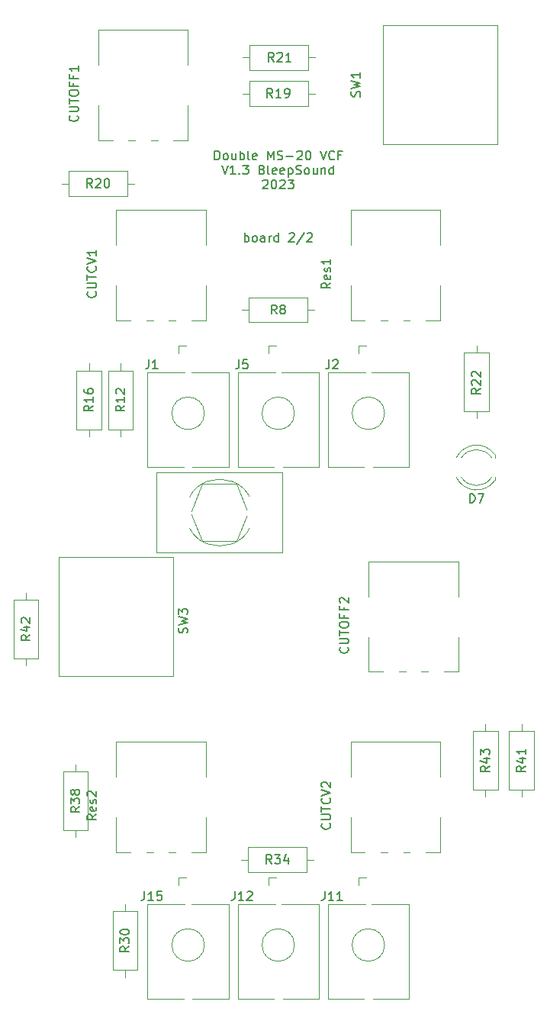
<source format=gto>
G04 #@! TF.GenerationSoftware,KiCad,Pcbnew,7.0.5.1-1-g8f565ef7f0-dirty-deb11*
G04 #@! TF.CreationDate,2023-06-10T14:10:10+00:00*
G04 #@! TF.ProjectId,MS20-VCF,4d533230-2d56-4434-962e-6b696361645f,rev?*
G04 #@! TF.SameCoordinates,Original*
G04 #@! TF.FileFunction,Legend,Top*
G04 #@! TF.FilePolarity,Positive*
%FSLAX46Y46*%
G04 Gerber Fmt 4.6, Leading zero omitted, Abs format (unit mm)*
G04 Created by KiCad (PCBNEW 7.0.5.1-1-g8f565ef7f0-dirty-deb11) date 2023-06-10 14:10:10*
%MOMM*%
%LPD*%
G01*
G04 APERTURE LIST*
%ADD10C,0.150000*%
%ADD11C,0.120000*%
%ADD12C,4.000000*%
%ADD13C,1.800000*%
%ADD14R,1.800000X1.800000*%
%ADD15R,1.930000X1.830000*%
%ADD16C,2.130000*%
%ADD17C,1.600000*%
%ADD18O,1.600000X1.600000*%
%ADD19O,3.700000X2.400000*%
%ADD20O,3.200000X5.000000*%
%ADD21R,1.700000X1.700000*%
%ADD22O,1.700000X1.700000*%
G04 APERTURE END LIST*
D10*
X121261904Y-61454819D02*
X121261904Y-60454819D01*
X121261904Y-60835771D02*
X121357142Y-60788152D01*
X121357142Y-60788152D02*
X121547618Y-60788152D01*
X121547618Y-60788152D02*
X121642856Y-60835771D01*
X121642856Y-60835771D02*
X121690475Y-60883390D01*
X121690475Y-60883390D02*
X121738094Y-60978628D01*
X121738094Y-60978628D02*
X121738094Y-61264342D01*
X121738094Y-61264342D02*
X121690475Y-61359580D01*
X121690475Y-61359580D02*
X121642856Y-61407200D01*
X121642856Y-61407200D02*
X121547618Y-61454819D01*
X121547618Y-61454819D02*
X121357142Y-61454819D01*
X121357142Y-61454819D02*
X121261904Y-61407200D01*
X122309523Y-61454819D02*
X122214285Y-61407200D01*
X122214285Y-61407200D02*
X122166666Y-61359580D01*
X122166666Y-61359580D02*
X122119047Y-61264342D01*
X122119047Y-61264342D02*
X122119047Y-60978628D01*
X122119047Y-60978628D02*
X122166666Y-60883390D01*
X122166666Y-60883390D02*
X122214285Y-60835771D01*
X122214285Y-60835771D02*
X122309523Y-60788152D01*
X122309523Y-60788152D02*
X122452380Y-60788152D01*
X122452380Y-60788152D02*
X122547618Y-60835771D01*
X122547618Y-60835771D02*
X122595237Y-60883390D01*
X122595237Y-60883390D02*
X122642856Y-60978628D01*
X122642856Y-60978628D02*
X122642856Y-61264342D01*
X122642856Y-61264342D02*
X122595237Y-61359580D01*
X122595237Y-61359580D02*
X122547618Y-61407200D01*
X122547618Y-61407200D02*
X122452380Y-61454819D01*
X122452380Y-61454819D02*
X122309523Y-61454819D01*
X123499999Y-61454819D02*
X123499999Y-60931009D01*
X123499999Y-60931009D02*
X123452380Y-60835771D01*
X123452380Y-60835771D02*
X123357142Y-60788152D01*
X123357142Y-60788152D02*
X123166666Y-60788152D01*
X123166666Y-60788152D02*
X123071428Y-60835771D01*
X123499999Y-61407200D02*
X123404761Y-61454819D01*
X123404761Y-61454819D02*
X123166666Y-61454819D01*
X123166666Y-61454819D02*
X123071428Y-61407200D01*
X123071428Y-61407200D02*
X123023809Y-61311961D01*
X123023809Y-61311961D02*
X123023809Y-61216723D01*
X123023809Y-61216723D02*
X123071428Y-61121485D01*
X123071428Y-61121485D02*
X123166666Y-61073866D01*
X123166666Y-61073866D02*
X123404761Y-61073866D01*
X123404761Y-61073866D02*
X123499999Y-61026247D01*
X123976190Y-61454819D02*
X123976190Y-60788152D01*
X123976190Y-60978628D02*
X124023809Y-60883390D01*
X124023809Y-60883390D02*
X124071428Y-60835771D01*
X124071428Y-60835771D02*
X124166666Y-60788152D01*
X124166666Y-60788152D02*
X124261904Y-60788152D01*
X125023809Y-61454819D02*
X125023809Y-60454819D01*
X125023809Y-61407200D02*
X124928571Y-61454819D01*
X124928571Y-61454819D02*
X124738095Y-61454819D01*
X124738095Y-61454819D02*
X124642857Y-61407200D01*
X124642857Y-61407200D02*
X124595238Y-61359580D01*
X124595238Y-61359580D02*
X124547619Y-61264342D01*
X124547619Y-61264342D02*
X124547619Y-60978628D01*
X124547619Y-60978628D02*
X124595238Y-60883390D01*
X124595238Y-60883390D02*
X124642857Y-60835771D01*
X124642857Y-60835771D02*
X124738095Y-60788152D01*
X124738095Y-60788152D02*
X124928571Y-60788152D01*
X124928571Y-60788152D02*
X125023809Y-60835771D01*
X126214286Y-60550057D02*
X126261905Y-60502438D01*
X126261905Y-60502438D02*
X126357143Y-60454819D01*
X126357143Y-60454819D02*
X126595238Y-60454819D01*
X126595238Y-60454819D02*
X126690476Y-60502438D01*
X126690476Y-60502438D02*
X126738095Y-60550057D01*
X126738095Y-60550057D02*
X126785714Y-60645295D01*
X126785714Y-60645295D02*
X126785714Y-60740533D01*
X126785714Y-60740533D02*
X126738095Y-60883390D01*
X126738095Y-60883390D02*
X126166667Y-61454819D01*
X126166667Y-61454819D02*
X126785714Y-61454819D01*
X127928571Y-60407200D02*
X127071429Y-61692914D01*
X128214286Y-60550057D02*
X128261905Y-60502438D01*
X128261905Y-60502438D02*
X128357143Y-60454819D01*
X128357143Y-60454819D02*
X128595238Y-60454819D01*
X128595238Y-60454819D02*
X128690476Y-60502438D01*
X128690476Y-60502438D02*
X128738095Y-60550057D01*
X128738095Y-60550057D02*
X128785714Y-60645295D01*
X128785714Y-60645295D02*
X128785714Y-60740533D01*
X128785714Y-60740533D02*
X128738095Y-60883390D01*
X128738095Y-60883390D02*
X128166667Y-61454819D01*
X128166667Y-61454819D02*
X128785714Y-61454819D01*
X117952380Y-52344819D02*
X117952380Y-51344819D01*
X117952380Y-51344819D02*
X118190475Y-51344819D01*
X118190475Y-51344819D02*
X118333332Y-51392438D01*
X118333332Y-51392438D02*
X118428570Y-51487676D01*
X118428570Y-51487676D02*
X118476189Y-51582914D01*
X118476189Y-51582914D02*
X118523808Y-51773390D01*
X118523808Y-51773390D02*
X118523808Y-51916247D01*
X118523808Y-51916247D02*
X118476189Y-52106723D01*
X118476189Y-52106723D02*
X118428570Y-52201961D01*
X118428570Y-52201961D02*
X118333332Y-52297200D01*
X118333332Y-52297200D02*
X118190475Y-52344819D01*
X118190475Y-52344819D02*
X117952380Y-52344819D01*
X119095237Y-52344819D02*
X118999999Y-52297200D01*
X118999999Y-52297200D02*
X118952380Y-52249580D01*
X118952380Y-52249580D02*
X118904761Y-52154342D01*
X118904761Y-52154342D02*
X118904761Y-51868628D01*
X118904761Y-51868628D02*
X118952380Y-51773390D01*
X118952380Y-51773390D02*
X118999999Y-51725771D01*
X118999999Y-51725771D02*
X119095237Y-51678152D01*
X119095237Y-51678152D02*
X119238094Y-51678152D01*
X119238094Y-51678152D02*
X119333332Y-51725771D01*
X119333332Y-51725771D02*
X119380951Y-51773390D01*
X119380951Y-51773390D02*
X119428570Y-51868628D01*
X119428570Y-51868628D02*
X119428570Y-52154342D01*
X119428570Y-52154342D02*
X119380951Y-52249580D01*
X119380951Y-52249580D02*
X119333332Y-52297200D01*
X119333332Y-52297200D02*
X119238094Y-52344819D01*
X119238094Y-52344819D02*
X119095237Y-52344819D01*
X120285713Y-51678152D02*
X120285713Y-52344819D01*
X119857142Y-51678152D02*
X119857142Y-52201961D01*
X119857142Y-52201961D02*
X119904761Y-52297200D01*
X119904761Y-52297200D02*
X119999999Y-52344819D01*
X119999999Y-52344819D02*
X120142856Y-52344819D01*
X120142856Y-52344819D02*
X120238094Y-52297200D01*
X120238094Y-52297200D02*
X120285713Y-52249580D01*
X120761904Y-52344819D02*
X120761904Y-51344819D01*
X120761904Y-51725771D02*
X120857142Y-51678152D01*
X120857142Y-51678152D02*
X121047618Y-51678152D01*
X121047618Y-51678152D02*
X121142856Y-51725771D01*
X121142856Y-51725771D02*
X121190475Y-51773390D01*
X121190475Y-51773390D02*
X121238094Y-51868628D01*
X121238094Y-51868628D02*
X121238094Y-52154342D01*
X121238094Y-52154342D02*
X121190475Y-52249580D01*
X121190475Y-52249580D02*
X121142856Y-52297200D01*
X121142856Y-52297200D02*
X121047618Y-52344819D01*
X121047618Y-52344819D02*
X120857142Y-52344819D01*
X120857142Y-52344819D02*
X120761904Y-52297200D01*
X121809523Y-52344819D02*
X121714285Y-52297200D01*
X121714285Y-52297200D02*
X121666666Y-52201961D01*
X121666666Y-52201961D02*
X121666666Y-51344819D01*
X122571428Y-52297200D02*
X122476190Y-52344819D01*
X122476190Y-52344819D02*
X122285714Y-52344819D01*
X122285714Y-52344819D02*
X122190476Y-52297200D01*
X122190476Y-52297200D02*
X122142857Y-52201961D01*
X122142857Y-52201961D02*
X122142857Y-51821009D01*
X122142857Y-51821009D02*
X122190476Y-51725771D01*
X122190476Y-51725771D02*
X122285714Y-51678152D01*
X122285714Y-51678152D02*
X122476190Y-51678152D01*
X122476190Y-51678152D02*
X122571428Y-51725771D01*
X122571428Y-51725771D02*
X122619047Y-51821009D01*
X122619047Y-51821009D02*
X122619047Y-51916247D01*
X122619047Y-51916247D02*
X122142857Y-52011485D01*
X123809524Y-52344819D02*
X123809524Y-51344819D01*
X123809524Y-51344819D02*
X124142857Y-52059104D01*
X124142857Y-52059104D02*
X124476190Y-51344819D01*
X124476190Y-51344819D02*
X124476190Y-52344819D01*
X124904762Y-52297200D02*
X125047619Y-52344819D01*
X125047619Y-52344819D02*
X125285714Y-52344819D01*
X125285714Y-52344819D02*
X125380952Y-52297200D01*
X125380952Y-52297200D02*
X125428571Y-52249580D01*
X125428571Y-52249580D02*
X125476190Y-52154342D01*
X125476190Y-52154342D02*
X125476190Y-52059104D01*
X125476190Y-52059104D02*
X125428571Y-51963866D01*
X125428571Y-51963866D02*
X125380952Y-51916247D01*
X125380952Y-51916247D02*
X125285714Y-51868628D01*
X125285714Y-51868628D02*
X125095238Y-51821009D01*
X125095238Y-51821009D02*
X125000000Y-51773390D01*
X125000000Y-51773390D02*
X124952381Y-51725771D01*
X124952381Y-51725771D02*
X124904762Y-51630533D01*
X124904762Y-51630533D02*
X124904762Y-51535295D01*
X124904762Y-51535295D02*
X124952381Y-51440057D01*
X124952381Y-51440057D02*
X125000000Y-51392438D01*
X125000000Y-51392438D02*
X125095238Y-51344819D01*
X125095238Y-51344819D02*
X125333333Y-51344819D01*
X125333333Y-51344819D02*
X125476190Y-51392438D01*
X125904762Y-51963866D02*
X126666667Y-51963866D01*
X127095238Y-51440057D02*
X127142857Y-51392438D01*
X127142857Y-51392438D02*
X127238095Y-51344819D01*
X127238095Y-51344819D02*
X127476190Y-51344819D01*
X127476190Y-51344819D02*
X127571428Y-51392438D01*
X127571428Y-51392438D02*
X127619047Y-51440057D01*
X127619047Y-51440057D02*
X127666666Y-51535295D01*
X127666666Y-51535295D02*
X127666666Y-51630533D01*
X127666666Y-51630533D02*
X127619047Y-51773390D01*
X127619047Y-51773390D02*
X127047619Y-52344819D01*
X127047619Y-52344819D02*
X127666666Y-52344819D01*
X128285714Y-51344819D02*
X128380952Y-51344819D01*
X128380952Y-51344819D02*
X128476190Y-51392438D01*
X128476190Y-51392438D02*
X128523809Y-51440057D01*
X128523809Y-51440057D02*
X128571428Y-51535295D01*
X128571428Y-51535295D02*
X128619047Y-51725771D01*
X128619047Y-51725771D02*
X128619047Y-51963866D01*
X128619047Y-51963866D02*
X128571428Y-52154342D01*
X128571428Y-52154342D02*
X128523809Y-52249580D01*
X128523809Y-52249580D02*
X128476190Y-52297200D01*
X128476190Y-52297200D02*
X128380952Y-52344819D01*
X128380952Y-52344819D02*
X128285714Y-52344819D01*
X128285714Y-52344819D02*
X128190476Y-52297200D01*
X128190476Y-52297200D02*
X128142857Y-52249580D01*
X128142857Y-52249580D02*
X128095238Y-52154342D01*
X128095238Y-52154342D02*
X128047619Y-51963866D01*
X128047619Y-51963866D02*
X128047619Y-51725771D01*
X128047619Y-51725771D02*
X128095238Y-51535295D01*
X128095238Y-51535295D02*
X128142857Y-51440057D01*
X128142857Y-51440057D02*
X128190476Y-51392438D01*
X128190476Y-51392438D02*
X128285714Y-51344819D01*
X129666667Y-51344819D02*
X130000000Y-52344819D01*
X130000000Y-52344819D02*
X130333333Y-51344819D01*
X131238095Y-52249580D02*
X131190476Y-52297200D01*
X131190476Y-52297200D02*
X131047619Y-52344819D01*
X131047619Y-52344819D02*
X130952381Y-52344819D01*
X130952381Y-52344819D02*
X130809524Y-52297200D01*
X130809524Y-52297200D02*
X130714286Y-52201961D01*
X130714286Y-52201961D02*
X130666667Y-52106723D01*
X130666667Y-52106723D02*
X130619048Y-51916247D01*
X130619048Y-51916247D02*
X130619048Y-51773390D01*
X130619048Y-51773390D02*
X130666667Y-51582914D01*
X130666667Y-51582914D02*
X130714286Y-51487676D01*
X130714286Y-51487676D02*
X130809524Y-51392438D01*
X130809524Y-51392438D02*
X130952381Y-51344819D01*
X130952381Y-51344819D02*
X131047619Y-51344819D01*
X131047619Y-51344819D02*
X131190476Y-51392438D01*
X131190476Y-51392438D02*
X131238095Y-51440057D01*
X132000000Y-51821009D02*
X131666667Y-51821009D01*
X131666667Y-52344819D02*
X131666667Y-51344819D01*
X131666667Y-51344819D02*
X132142857Y-51344819D01*
X118738095Y-52954819D02*
X119071428Y-53954819D01*
X119071428Y-53954819D02*
X119404761Y-52954819D01*
X120261904Y-53954819D02*
X119690476Y-53954819D01*
X119976190Y-53954819D02*
X119976190Y-52954819D01*
X119976190Y-52954819D02*
X119880952Y-53097676D01*
X119880952Y-53097676D02*
X119785714Y-53192914D01*
X119785714Y-53192914D02*
X119690476Y-53240533D01*
X120690476Y-53859580D02*
X120738095Y-53907200D01*
X120738095Y-53907200D02*
X120690476Y-53954819D01*
X120690476Y-53954819D02*
X120642857Y-53907200D01*
X120642857Y-53907200D02*
X120690476Y-53859580D01*
X120690476Y-53859580D02*
X120690476Y-53954819D01*
X121071428Y-52954819D02*
X121690475Y-52954819D01*
X121690475Y-52954819D02*
X121357142Y-53335771D01*
X121357142Y-53335771D02*
X121499999Y-53335771D01*
X121499999Y-53335771D02*
X121595237Y-53383390D01*
X121595237Y-53383390D02*
X121642856Y-53431009D01*
X121642856Y-53431009D02*
X121690475Y-53526247D01*
X121690475Y-53526247D02*
X121690475Y-53764342D01*
X121690475Y-53764342D02*
X121642856Y-53859580D01*
X121642856Y-53859580D02*
X121595237Y-53907200D01*
X121595237Y-53907200D02*
X121499999Y-53954819D01*
X121499999Y-53954819D02*
X121214285Y-53954819D01*
X121214285Y-53954819D02*
X121119047Y-53907200D01*
X121119047Y-53907200D02*
X121071428Y-53859580D01*
X123214285Y-53431009D02*
X123357142Y-53478628D01*
X123357142Y-53478628D02*
X123404761Y-53526247D01*
X123404761Y-53526247D02*
X123452380Y-53621485D01*
X123452380Y-53621485D02*
X123452380Y-53764342D01*
X123452380Y-53764342D02*
X123404761Y-53859580D01*
X123404761Y-53859580D02*
X123357142Y-53907200D01*
X123357142Y-53907200D02*
X123261904Y-53954819D01*
X123261904Y-53954819D02*
X122880952Y-53954819D01*
X122880952Y-53954819D02*
X122880952Y-52954819D01*
X122880952Y-52954819D02*
X123214285Y-52954819D01*
X123214285Y-52954819D02*
X123309523Y-53002438D01*
X123309523Y-53002438D02*
X123357142Y-53050057D01*
X123357142Y-53050057D02*
X123404761Y-53145295D01*
X123404761Y-53145295D02*
X123404761Y-53240533D01*
X123404761Y-53240533D02*
X123357142Y-53335771D01*
X123357142Y-53335771D02*
X123309523Y-53383390D01*
X123309523Y-53383390D02*
X123214285Y-53431009D01*
X123214285Y-53431009D02*
X122880952Y-53431009D01*
X124023809Y-53954819D02*
X123928571Y-53907200D01*
X123928571Y-53907200D02*
X123880952Y-53811961D01*
X123880952Y-53811961D02*
X123880952Y-52954819D01*
X124785714Y-53907200D02*
X124690476Y-53954819D01*
X124690476Y-53954819D02*
X124500000Y-53954819D01*
X124500000Y-53954819D02*
X124404762Y-53907200D01*
X124404762Y-53907200D02*
X124357143Y-53811961D01*
X124357143Y-53811961D02*
X124357143Y-53431009D01*
X124357143Y-53431009D02*
X124404762Y-53335771D01*
X124404762Y-53335771D02*
X124500000Y-53288152D01*
X124500000Y-53288152D02*
X124690476Y-53288152D01*
X124690476Y-53288152D02*
X124785714Y-53335771D01*
X124785714Y-53335771D02*
X124833333Y-53431009D01*
X124833333Y-53431009D02*
X124833333Y-53526247D01*
X124833333Y-53526247D02*
X124357143Y-53621485D01*
X125642857Y-53907200D02*
X125547619Y-53954819D01*
X125547619Y-53954819D02*
X125357143Y-53954819D01*
X125357143Y-53954819D02*
X125261905Y-53907200D01*
X125261905Y-53907200D02*
X125214286Y-53811961D01*
X125214286Y-53811961D02*
X125214286Y-53431009D01*
X125214286Y-53431009D02*
X125261905Y-53335771D01*
X125261905Y-53335771D02*
X125357143Y-53288152D01*
X125357143Y-53288152D02*
X125547619Y-53288152D01*
X125547619Y-53288152D02*
X125642857Y-53335771D01*
X125642857Y-53335771D02*
X125690476Y-53431009D01*
X125690476Y-53431009D02*
X125690476Y-53526247D01*
X125690476Y-53526247D02*
X125214286Y-53621485D01*
X126119048Y-53288152D02*
X126119048Y-54288152D01*
X126119048Y-53335771D02*
X126214286Y-53288152D01*
X126214286Y-53288152D02*
X126404762Y-53288152D01*
X126404762Y-53288152D02*
X126500000Y-53335771D01*
X126500000Y-53335771D02*
X126547619Y-53383390D01*
X126547619Y-53383390D02*
X126595238Y-53478628D01*
X126595238Y-53478628D02*
X126595238Y-53764342D01*
X126595238Y-53764342D02*
X126547619Y-53859580D01*
X126547619Y-53859580D02*
X126500000Y-53907200D01*
X126500000Y-53907200D02*
X126404762Y-53954819D01*
X126404762Y-53954819D02*
X126214286Y-53954819D01*
X126214286Y-53954819D02*
X126119048Y-53907200D01*
X126976191Y-53907200D02*
X127119048Y-53954819D01*
X127119048Y-53954819D02*
X127357143Y-53954819D01*
X127357143Y-53954819D02*
X127452381Y-53907200D01*
X127452381Y-53907200D02*
X127500000Y-53859580D01*
X127500000Y-53859580D02*
X127547619Y-53764342D01*
X127547619Y-53764342D02*
X127547619Y-53669104D01*
X127547619Y-53669104D02*
X127500000Y-53573866D01*
X127500000Y-53573866D02*
X127452381Y-53526247D01*
X127452381Y-53526247D02*
X127357143Y-53478628D01*
X127357143Y-53478628D02*
X127166667Y-53431009D01*
X127166667Y-53431009D02*
X127071429Y-53383390D01*
X127071429Y-53383390D02*
X127023810Y-53335771D01*
X127023810Y-53335771D02*
X126976191Y-53240533D01*
X126976191Y-53240533D02*
X126976191Y-53145295D01*
X126976191Y-53145295D02*
X127023810Y-53050057D01*
X127023810Y-53050057D02*
X127071429Y-53002438D01*
X127071429Y-53002438D02*
X127166667Y-52954819D01*
X127166667Y-52954819D02*
X127404762Y-52954819D01*
X127404762Y-52954819D02*
X127547619Y-53002438D01*
X128119048Y-53954819D02*
X128023810Y-53907200D01*
X128023810Y-53907200D02*
X127976191Y-53859580D01*
X127976191Y-53859580D02*
X127928572Y-53764342D01*
X127928572Y-53764342D02*
X127928572Y-53478628D01*
X127928572Y-53478628D02*
X127976191Y-53383390D01*
X127976191Y-53383390D02*
X128023810Y-53335771D01*
X128023810Y-53335771D02*
X128119048Y-53288152D01*
X128119048Y-53288152D02*
X128261905Y-53288152D01*
X128261905Y-53288152D02*
X128357143Y-53335771D01*
X128357143Y-53335771D02*
X128404762Y-53383390D01*
X128404762Y-53383390D02*
X128452381Y-53478628D01*
X128452381Y-53478628D02*
X128452381Y-53764342D01*
X128452381Y-53764342D02*
X128404762Y-53859580D01*
X128404762Y-53859580D02*
X128357143Y-53907200D01*
X128357143Y-53907200D02*
X128261905Y-53954819D01*
X128261905Y-53954819D02*
X128119048Y-53954819D01*
X129309524Y-53288152D02*
X129309524Y-53954819D01*
X128880953Y-53288152D02*
X128880953Y-53811961D01*
X128880953Y-53811961D02*
X128928572Y-53907200D01*
X128928572Y-53907200D02*
X129023810Y-53954819D01*
X129023810Y-53954819D02*
X129166667Y-53954819D01*
X129166667Y-53954819D02*
X129261905Y-53907200D01*
X129261905Y-53907200D02*
X129309524Y-53859580D01*
X129785715Y-53288152D02*
X129785715Y-53954819D01*
X129785715Y-53383390D02*
X129833334Y-53335771D01*
X129833334Y-53335771D02*
X129928572Y-53288152D01*
X129928572Y-53288152D02*
X130071429Y-53288152D01*
X130071429Y-53288152D02*
X130166667Y-53335771D01*
X130166667Y-53335771D02*
X130214286Y-53431009D01*
X130214286Y-53431009D02*
X130214286Y-53954819D01*
X131119048Y-53954819D02*
X131119048Y-52954819D01*
X131119048Y-53907200D02*
X131023810Y-53954819D01*
X131023810Y-53954819D02*
X130833334Y-53954819D01*
X130833334Y-53954819D02*
X130738096Y-53907200D01*
X130738096Y-53907200D02*
X130690477Y-53859580D01*
X130690477Y-53859580D02*
X130642858Y-53764342D01*
X130642858Y-53764342D02*
X130642858Y-53478628D01*
X130642858Y-53478628D02*
X130690477Y-53383390D01*
X130690477Y-53383390D02*
X130738096Y-53335771D01*
X130738096Y-53335771D02*
X130833334Y-53288152D01*
X130833334Y-53288152D02*
X131023810Y-53288152D01*
X131023810Y-53288152D02*
X131119048Y-53335771D01*
X123285714Y-54660057D02*
X123333333Y-54612438D01*
X123333333Y-54612438D02*
X123428571Y-54564819D01*
X123428571Y-54564819D02*
X123666666Y-54564819D01*
X123666666Y-54564819D02*
X123761904Y-54612438D01*
X123761904Y-54612438D02*
X123809523Y-54660057D01*
X123809523Y-54660057D02*
X123857142Y-54755295D01*
X123857142Y-54755295D02*
X123857142Y-54850533D01*
X123857142Y-54850533D02*
X123809523Y-54993390D01*
X123809523Y-54993390D02*
X123238095Y-55564819D01*
X123238095Y-55564819D02*
X123857142Y-55564819D01*
X124476190Y-54564819D02*
X124571428Y-54564819D01*
X124571428Y-54564819D02*
X124666666Y-54612438D01*
X124666666Y-54612438D02*
X124714285Y-54660057D01*
X124714285Y-54660057D02*
X124761904Y-54755295D01*
X124761904Y-54755295D02*
X124809523Y-54945771D01*
X124809523Y-54945771D02*
X124809523Y-55183866D01*
X124809523Y-55183866D02*
X124761904Y-55374342D01*
X124761904Y-55374342D02*
X124714285Y-55469580D01*
X124714285Y-55469580D02*
X124666666Y-55517200D01*
X124666666Y-55517200D02*
X124571428Y-55564819D01*
X124571428Y-55564819D02*
X124476190Y-55564819D01*
X124476190Y-55564819D02*
X124380952Y-55517200D01*
X124380952Y-55517200D02*
X124333333Y-55469580D01*
X124333333Y-55469580D02*
X124285714Y-55374342D01*
X124285714Y-55374342D02*
X124238095Y-55183866D01*
X124238095Y-55183866D02*
X124238095Y-54945771D01*
X124238095Y-54945771D02*
X124285714Y-54755295D01*
X124285714Y-54755295D02*
X124333333Y-54660057D01*
X124333333Y-54660057D02*
X124380952Y-54612438D01*
X124380952Y-54612438D02*
X124476190Y-54564819D01*
X125190476Y-54660057D02*
X125238095Y-54612438D01*
X125238095Y-54612438D02*
X125333333Y-54564819D01*
X125333333Y-54564819D02*
X125571428Y-54564819D01*
X125571428Y-54564819D02*
X125666666Y-54612438D01*
X125666666Y-54612438D02*
X125714285Y-54660057D01*
X125714285Y-54660057D02*
X125761904Y-54755295D01*
X125761904Y-54755295D02*
X125761904Y-54850533D01*
X125761904Y-54850533D02*
X125714285Y-54993390D01*
X125714285Y-54993390D02*
X125142857Y-55564819D01*
X125142857Y-55564819D02*
X125761904Y-55564819D01*
X126095238Y-54564819D02*
X126714285Y-54564819D01*
X126714285Y-54564819D02*
X126380952Y-54945771D01*
X126380952Y-54945771D02*
X126523809Y-54945771D01*
X126523809Y-54945771D02*
X126619047Y-54993390D01*
X126619047Y-54993390D02*
X126666666Y-55041009D01*
X126666666Y-55041009D02*
X126714285Y-55136247D01*
X126714285Y-55136247D02*
X126714285Y-55374342D01*
X126714285Y-55374342D02*
X126666666Y-55469580D01*
X126666666Y-55469580D02*
X126619047Y-55517200D01*
X126619047Y-55517200D02*
X126523809Y-55564819D01*
X126523809Y-55564819D02*
X126238095Y-55564819D01*
X126238095Y-55564819D02*
X126142857Y-55517200D01*
X126142857Y-55517200D02*
X126095238Y-55469580D01*
X104709580Y-67000000D02*
X104757200Y-67047619D01*
X104757200Y-67047619D02*
X104804819Y-67190476D01*
X104804819Y-67190476D02*
X104804819Y-67285714D01*
X104804819Y-67285714D02*
X104757200Y-67428571D01*
X104757200Y-67428571D02*
X104661961Y-67523809D01*
X104661961Y-67523809D02*
X104566723Y-67571428D01*
X104566723Y-67571428D02*
X104376247Y-67619047D01*
X104376247Y-67619047D02*
X104233390Y-67619047D01*
X104233390Y-67619047D02*
X104042914Y-67571428D01*
X104042914Y-67571428D02*
X103947676Y-67523809D01*
X103947676Y-67523809D02*
X103852438Y-67428571D01*
X103852438Y-67428571D02*
X103804819Y-67285714D01*
X103804819Y-67285714D02*
X103804819Y-67190476D01*
X103804819Y-67190476D02*
X103852438Y-67047619D01*
X103852438Y-67047619D02*
X103900057Y-67000000D01*
X103804819Y-66571428D02*
X104614342Y-66571428D01*
X104614342Y-66571428D02*
X104709580Y-66523809D01*
X104709580Y-66523809D02*
X104757200Y-66476190D01*
X104757200Y-66476190D02*
X104804819Y-66380952D01*
X104804819Y-66380952D02*
X104804819Y-66190476D01*
X104804819Y-66190476D02*
X104757200Y-66095238D01*
X104757200Y-66095238D02*
X104709580Y-66047619D01*
X104709580Y-66047619D02*
X104614342Y-66000000D01*
X104614342Y-66000000D02*
X103804819Y-66000000D01*
X103804819Y-65666666D02*
X103804819Y-65095238D01*
X104804819Y-65380952D02*
X103804819Y-65380952D01*
X104709580Y-64190476D02*
X104757200Y-64238095D01*
X104757200Y-64238095D02*
X104804819Y-64380952D01*
X104804819Y-64380952D02*
X104804819Y-64476190D01*
X104804819Y-64476190D02*
X104757200Y-64619047D01*
X104757200Y-64619047D02*
X104661961Y-64714285D01*
X104661961Y-64714285D02*
X104566723Y-64761904D01*
X104566723Y-64761904D02*
X104376247Y-64809523D01*
X104376247Y-64809523D02*
X104233390Y-64809523D01*
X104233390Y-64809523D02*
X104042914Y-64761904D01*
X104042914Y-64761904D02*
X103947676Y-64714285D01*
X103947676Y-64714285D02*
X103852438Y-64619047D01*
X103852438Y-64619047D02*
X103804819Y-64476190D01*
X103804819Y-64476190D02*
X103804819Y-64380952D01*
X103804819Y-64380952D02*
X103852438Y-64238095D01*
X103852438Y-64238095D02*
X103900057Y-64190476D01*
X103804819Y-63904761D02*
X104804819Y-63571428D01*
X104804819Y-63571428D02*
X103804819Y-63238095D01*
X104804819Y-62380952D02*
X104804819Y-62952380D01*
X104804819Y-62666666D02*
X103804819Y-62666666D01*
X103804819Y-62666666D02*
X103947676Y-62761904D01*
X103947676Y-62761904D02*
X104042914Y-62857142D01*
X104042914Y-62857142D02*
X104090533Y-62952380D01*
X102709580Y-47452381D02*
X102757200Y-47500000D01*
X102757200Y-47500000D02*
X102804819Y-47642857D01*
X102804819Y-47642857D02*
X102804819Y-47738095D01*
X102804819Y-47738095D02*
X102757200Y-47880952D01*
X102757200Y-47880952D02*
X102661961Y-47976190D01*
X102661961Y-47976190D02*
X102566723Y-48023809D01*
X102566723Y-48023809D02*
X102376247Y-48071428D01*
X102376247Y-48071428D02*
X102233390Y-48071428D01*
X102233390Y-48071428D02*
X102042914Y-48023809D01*
X102042914Y-48023809D02*
X101947676Y-47976190D01*
X101947676Y-47976190D02*
X101852438Y-47880952D01*
X101852438Y-47880952D02*
X101804819Y-47738095D01*
X101804819Y-47738095D02*
X101804819Y-47642857D01*
X101804819Y-47642857D02*
X101852438Y-47500000D01*
X101852438Y-47500000D02*
X101900057Y-47452381D01*
X101804819Y-47023809D02*
X102614342Y-47023809D01*
X102614342Y-47023809D02*
X102709580Y-46976190D01*
X102709580Y-46976190D02*
X102757200Y-46928571D01*
X102757200Y-46928571D02*
X102804819Y-46833333D01*
X102804819Y-46833333D02*
X102804819Y-46642857D01*
X102804819Y-46642857D02*
X102757200Y-46547619D01*
X102757200Y-46547619D02*
X102709580Y-46500000D01*
X102709580Y-46500000D02*
X102614342Y-46452381D01*
X102614342Y-46452381D02*
X101804819Y-46452381D01*
X101804819Y-46119047D02*
X101804819Y-45547619D01*
X102804819Y-45833333D02*
X101804819Y-45833333D01*
X101804819Y-45023809D02*
X101804819Y-44833333D01*
X101804819Y-44833333D02*
X101852438Y-44738095D01*
X101852438Y-44738095D02*
X101947676Y-44642857D01*
X101947676Y-44642857D02*
X102138152Y-44595238D01*
X102138152Y-44595238D02*
X102471485Y-44595238D01*
X102471485Y-44595238D02*
X102661961Y-44642857D01*
X102661961Y-44642857D02*
X102757200Y-44738095D01*
X102757200Y-44738095D02*
X102804819Y-44833333D01*
X102804819Y-44833333D02*
X102804819Y-45023809D01*
X102804819Y-45023809D02*
X102757200Y-45119047D01*
X102757200Y-45119047D02*
X102661961Y-45214285D01*
X102661961Y-45214285D02*
X102471485Y-45261904D01*
X102471485Y-45261904D02*
X102138152Y-45261904D01*
X102138152Y-45261904D02*
X101947676Y-45214285D01*
X101947676Y-45214285D02*
X101852438Y-45119047D01*
X101852438Y-45119047D02*
X101804819Y-45023809D01*
X102281009Y-43833333D02*
X102281009Y-44166666D01*
X102804819Y-44166666D02*
X101804819Y-44166666D01*
X101804819Y-44166666D02*
X101804819Y-43690476D01*
X102281009Y-42976190D02*
X102281009Y-43309523D01*
X102804819Y-43309523D02*
X101804819Y-43309523D01*
X101804819Y-43309523D02*
X101804819Y-42833333D01*
X102804819Y-41928571D02*
X102804819Y-42499999D01*
X102804819Y-42214285D02*
X101804819Y-42214285D01*
X101804819Y-42214285D02*
X101947676Y-42309523D01*
X101947676Y-42309523D02*
X102042914Y-42404761D01*
X102042914Y-42404761D02*
X102090533Y-42499999D01*
X146266905Y-90414819D02*
X146266905Y-89414819D01*
X146266905Y-89414819D02*
X146505000Y-89414819D01*
X146505000Y-89414819D02*
X146647857Y-89462438D01*
X146647857Y-89462438D02*
X146743095Y-89557676D01*
X146743095Y-89557676D02*
X146790714Y-89652914D01*
X146790714Y-89652914D02*
X146838333Y-89843390D01*
X146838333Y-89843390D02*
X146838333Y-89986247D01*
X146838333Y-89986247D02*
X146790714Y-90176723D01*
X146790714Y-90176723D02*
X146743095Y-90271961D01*
X146743095Y-90271961D02*
X146647857Y-90367200D01*
X146647857Y-90367200D02*
X146505000Y-90414819D01*
X146505000Y-90414819D02*
X146266905Y-90414819D01*
X147171667Y-89414819D02*
X147838333Y-89414819D01*
X147838333Y-89414819D02*
X147409762Y-90414819D01*
X110636666Y-74534819D02*
X110636666Y-75249104D01*
X110636666Y-75249104D02*
X110589047Y-75391961D01*
X110589047Y-75391961D02*
X110493809Y-75487200D01*
X110493809Y-75487200D02*
X110350952Y-75534819D01*
X110350952Y-75534819D02*
X110255714Y-75534819D01*
X111636666Y-75534819D02*
X111065238Y-75534819D01*
X111350952Y-75534819D02*
X111350952Y-74534819D01*
X111350952Y-74534819D02*
X111255714Y-74677676D01*
X111255714Y-74677676D02*
X111160476Y-74772914D01*
X111160476Y-74772914D02*
X111065238Y-74820533D01*
X120636666Y-74534819D02*
X120636666Y-75249104D01*
X120636666Y-75249104D02*
X120589047Y-75391961D01*
X120589047Y-75391961D02*
X120493809Y-75487200D01*
X120493809Y-75487200D02*
X120350952Y-75534819D01*
X120350952Y-75534819D02*
X120255714Y-75534819D01*
X121589047Y-74534819D02*
X121112857Y-74534819D01*
X121112857Y-74534819D02*
X121065238Y-75011009D01*
X121065238Y-75011009D02*
X121112857Y-74963390D01*
X121112857Y-74963390D02*
X121208095Y-74915771D01*
X121208095Y-74915771D02*
X121446190Y-74915771D01*
X121446190Y-74915771D02*
X121541428Y-74963390D01*
X121541428Y-74963390D02*
X121589047Y-75011009D01*
X121589047Y-75011009D02*
X121636666Y-75106247D01*
X121636666Y-75106247D02*
X121636666Y-75344342D01*
X121636666Y-75344342D02*
X121589047Y-75439580D01*
X121589047Y-75439580D02*
X121541428Y-75487200D01*
X121541428Y-75487200D02*
X121446190Y-75534819D01*
X121446190Y-75534819D02*
X121208095Y-75534819D01*
X121208095Y-75534819D02*
X121112857Y-75487200D01*
X121112857Y-75487200D02*
X121065238Y-75439580D01*
X130636666Y-74534819D02*
X130636666Y-75249104D01*
X130636666Y-75249104D02*
X130589047Y-75391961D01*
X130589047Y-75391961D02*
X130493809Y-75487200D01*
X130493809Y-75487200D02*
X130350952Y-75534819D01*
X130350952Y-75534819D02*
X130255714Y-75534819D01*
X131065238Y-74630057D02*
X131112857Y-74582438D01*
X131112857Y-74582438D02*
X131208095Y-74534819D01*
X131208095Y-74534819D02*
X131446190Y-74534819D01*
X131446190Y-74534819D02*
X131541428Y-74582438D01*
X131541428Y-74582438D02*
X131589047Y-74630057D01*
X131589047Y-74630057D02*
X131636666Y-74725295D01*
X131636666Y-74725295D02*
X131636666Y-74820533D01*
X131636666Y-74820533D02*
X131589047Y-74963390D01*
X131589047Y-74963390D02*
X131017619Y-75534819D01*
X131017619Y-75534819D02*
X131636666Y-75534819D01*
X104454819Y-79642857D02*
X103978628Y-79976190D01*
X104454819Y-80214285D02*
X103454819Y-80214285D01*
X103454819Y-80214285D02*
X103454819Y-79833333D01*
X103454819Y-79833333D02*
X103502438Y-79738095D01*
X103502438Y-79738095D02*
X103550057Y-79690476D01*
X103550057Y-79690476D02*
X103645295Y-79642857D01*
X103645295Y-79642857D02*
X103788152Y-79642857D01*
X103788152Y-79642857D02*
X103883390Y-79690476D01*
X103883390Y-79690476D02*
X103931009Y-79738095D01*
X103931009Y-79738095D02*
X103978628Y-79833333D01*
X103978628Y-79833333D02*
X103978628Y-80214285D01*
X104454819Y-78690476D02*
X104454819Y-79261904D01*
X104454819Y-78976190D02*
X103454819Y-78976190D01*
X103454819Y-78976190D02*
X103597676Y-79071428D01*
X103597676Y-79071428D02*
X103692914Y-79166666D01*
X103692914Y-79166666D02*
X103740533Y-79261904D01*
X103454819Y-77833333D02*
X103454819Y-78023809D01*
X103454819Y-78023809D02*
X103502438Y-78119047D01*
X103502438Y-78119047D02*
X103550057Y-78166666D01*
X103550057Y-78166666D02*
X103692914Y-78261904D01*
X103692914Y-78261904D02*
X103883390Y-78309523D01*
X103883390Y-78309523D02*
X104264342Y-78309523D01*
X104264342Y-78309523D02*
X104359580Y-78261904D01*
X104359580Y-78261904D02*
X104407200Y-78214285D01*
X104407200Y-78214285D02*
X104454819Y-78119047D01*
X104454819Y-78119047D02*
X104454819Y-77928571D01*
X104454819Y-77928571D02*
X104407200Y-77833333D01*
X104407200Y-77833333D02*
X104359580Y-77785714D01*
X104359580Y-77785714D02*
X104264342Y-77738095D01*
X104264342Y-77738095D02*
X104026247Y-77738095D01*
X104026247Y-77738095D02*
X103931009Y-77785714D01*
X103931009Y-77785714D02*
X103883390Y-77833333D01*
X103883390Y-77833333D02*
X103835771Y-77928571D01*
X103835771Y-77928571D02*
X103835771Y-78119047D01*
X103835771Y-78119047D02*
X103883390Y-78214285D01*
X103883390Y-78214285D02*
X103931009Y-78261904D01*
X103931009Y-78261904D02*
X104026247Y-78309523D01*
X104357142Y-55454819D02*
X104023809Y-54978628D01*
X103785714Y-55454819D02*
X103785714Y-54454819D01*
X103785714Y-54454819D02*
X104166666Y-54454819D01*
X104166666Y-54454819D02*
X104261904Y-54502438D01*
X104261904Y-54502438D02*
X104309523Y-54550057D01*
X104309523Y-54550057D02*
X104357142Y-54645295D01*
X104357142Y-54645295D02*
X104357142Y-54788152D01*
X104357142Y-54788152D02*
X104309523Y-54883390D01*
X104309523Y-54883390D02*
X104261904Y-54931009D01*
X104261904Y-54931009D02*
X104166666Y-54978628D01*
X104166666Y-54978628D02*
X103785714Y-54978628D01*
X104738095Y-54550057D02*
X104785714Y-54502438D01*
X104785714Y-54502438D02*
X104880952Y-54454819D01*
X104880952Y-54454819D02*
X105119047Y-54454819D01*
X105119047Y-54454819D02*
X105214285Y-54502438D01*
X105214285Y-54502438D02*
X105261904Y-54550057D01*
X105261904Y-54550057D02*
X105309523Y-54645295D01*
X105309523Y-54645295D02*
X105309523Y-54740533D01*
X105309523Y-54740533D02*
X105261904Y-54883390D01*
X105261904Y-54883390D02*
X104690476Y-55454819D01*
X104690476Y-55454819D02*
X105309523Y-55454819D01*
X105928571Y-54454819D02*
X106023809Y-54454819D01*
X106023809Y-54454819D02*
X106119047Y-54502438D01*
X106119047Y-54502438D02*
X106166666Y-54550057D01*
X106166666Y-54550057D02*
X106214285Y-54645295D01*
X106214285Y-54645295D02*
X106261904Y-54835771D01*
X106261904Y-54835771D02*
X106261904Y-55073866D01*
X106261904Y-55073866D02*
X106214285Y-55264342D01*
X106214285Y-55264342D02*
X106166666Y-55359580D01*
X106166666Y-55359580D02*
X106119047Y-55407200D01*
X106119047Y-55407200D02*
X106023809Y-55454819D01*
X106023809Y-55454819D02*
X105928571Y-55454819D01*
X105928571Y-55454819D02*
X105833333Y-55407200D01*
X105833333Y-55407200D02*
X105785714Y-55359580D01*
X105785714Y-55359580D02*
X105738095Y-55264342D01*
X105738095Y-55264342D02*
X105690476Y-55073866D01*
X105690476Y-55073866D02*
X105690476Y-54835771D01*
X105690476Y-54835771D02*
X105738095Y-54645295D01*
X105738095Y-54645295D02*
X105785714Y-54550057D01*
X105785714Y-54550057D02*
X105833333Y-54502438D01*
X105833333Y-54502438D02*
X105928571Y-54454819D01*
X124357142Y-45454819D02*
X124023809Y-44978628D01*
X123785714Y-45454819D02*
X123785714Y-44454819D01*
X123785714Y-44454819D02*
X124166666Y-44454819D01*
X124166666Y-44454819D02*
X124261904Y-44502438D01*
X124261904Y-44502438D02*
X124309523Y-44550057D01*
X124309523Y-44550057D02*
X124357142Y-44645295D01*
X124357142Y-44645295D02*
X124357142Y-44788152D01*
X124357142Y-44788152D02*
X124309523Y-44883390D01*
X124309523Y-44883390D02*
X124261904Y-44931009D01*
X124261904Y-44931009D02*
X124166666Y-44978628D01*
X124166666Y-44978628D02*
X123785714Y-44978628D01*
X125309523Y-45454819D02*
X124738095Y-45454819D01*
X125023809Y-45454819D02*
X125023809Y-44454819D01*
X125023809Y-44454819D02*
X124928571Y-44597676D01*
X124928571Y-44597676D02*
X124833333Y-44692914D01*
X124833333Y-44692914D02*
X124738095Y-44740533D01*
X125785714Y-45454819D02*
X125976190Y-45454819D01*
X125976190Y-45454819D02*
X126071428Y-45407200D01*
X126071428Y-45407200D02*
X126119047Y-45359580D01*
X126119047Y-45359580D02*
X126214285Y-45216723D01*
X126214285Y-45216723D02*
X126261904Y-45026247D01*
X126261904Y-45026247D02*
X126261904Y-44645295D01*
X126261904Y-44645295D02*
X126214285Y-44550057D01*
X126214285Y-44550057D02*
X126166666Y-44502438D01*
X126166666Y-44502438D02*
X126071428Y-44454819D01*
X126071428Y-44454819D02*
X125880952Y-44454819D01*
X125880952Y-44454819D02*
X125785714Y-44502438D01*
X125785714Y-44502438D02*
X125738095Y-44550057D01*
X125738095Y-44550057D02*
X125690476Y-44645295D01*
X125690476Y-44645295D02*
X125690476Y-44883390D01*
X125690476Y-44883390D02*
X125738095Y-44978628D01*
X125738095Y-44978628D02*
X125785714Y-45026247D01*
X125785714Y-45026247D02*
X125880952Y-45073866D01*
X125880952Y-45073866D02*
X126071428Y-45073866D01*
X126071428Y-45073866D02*
X126166666Y-45026247D01*
X126166666Y-45026247D02*
X126214285Y-44978628D01*
X126214285Y-44978628D02*
X126261904Y-44883390D01*
X124517142Y-41454819D02*
X124183809Y-40978628D01*
X123945714Y-41454819D02*
X123945714Y-40454819D01*
X123945714Y-40454819D02*
X124326666Y-40454819D01*
X124326666Y-40454819D02*
X124421904Y-40502438D01*
X124421904Y-40502438D02*
X124469523Y-40550057D01*
X124469523Y-40550057D02*
X124517142Y-40645295D01*
X124517142Y-40645295D02*
X124517142Y-40788152D01*
X124517142Y-40788152D02*
X124469523Y-40883390D01*
X124469523Y-40883390D02*
X124421904Y-40931009D01*
X124421904Y-40931009D02*
X124326666Y-40978628D01*
X124326666Y-40978628D02*
X123945714Y-40978628D01*
X124898095Y-40550057D02*
X124945714Y-40502438D01*
X124945714Y-40502438D02*
X125040952Y-40454819D01*
X125040952Y-40454819D02*
X125279047Y-40454819D01*
X125279047Y-40454819D02*
X125374285Y-40502438D01*
X125374285Y-40502438D02*
X125421904Y-40550057D01*
X125421904Y-40550057D02*
X125469523Y-40645295D01*
X125469523Y-40645295D02*
X125469523Y-40740533D01*
X125469523Y-40740533D02*
X125421904Y-40883390D01*
X125421904Y-40883390D02*
X124850476Y-41454819D01*
X124850476Y-41454819D02*
X125469523Y-41454819D01*
X126421904Y-41454819D02*
X125850476Y-41454819D01*
X126136190Y-41454819D02*
X126136190Y-40454819D01*
X126136190Y-40454819D02*
X126040952Y-40597676D01*
X126040952Y-40597676D02*
X125945714Y-40692914D01*
X125945714Y-40692914D02*
X125850476Y-40740533D01*
X107954819Y-79642857D02*
X107478628Y-79976190D01*
X107954819Y-80214285D02*
X106954819Y-80214285D01*
X106954819Y-80214285D02*
X106954819Y-79833333D01*
X106954819Y-79833333D02*
X107002438Y-79738095D01*
X107002438Y-79738095D02*
X107050057Y-79690476D01*
X107050057Y-79690476D02*
X107145295Y-79642857D01*
X107145295Y-79642857D02*
X107288152Y-79642857D01*
X107288152Y-79642857D02*
X107383390Y-79690476D01*
X107383390Y-79690476D02*
X107431009Y-79738095D01*
X107431009Y-79738095D02*
X107478628Y-79833333D01*
X107478628Y-79833333D02*
X107478628Y-80214285D01*
X107954819Y-78690476D02*
X107954819Y-79261904D01*
X107954819Y-78976190D02*
X106954819Y-78976190D01*
X106954819Y-78976190D02*
X107097676Y-79071428D01*
X107097676Y-79071428D02*
X107192914Y-79166666D01*
X107192914Y-79166666D02*
X107240533Y-79261904D01*
X107050057Y-78309523D02*
X107002438Y-78261904D01*
X107002438Y-78261904D02*
X106954819Y-78166666D01*
X106954819Y-78166666D02*
X106954819Y-77928571D01*
X106954819Y-77928571D02*
X107002438Y-77833333D01*
X107002438Y-77833333D02*
X107050057Y-77785714D01*
X107050057Y-77785714D02*
X107145295Y-77738095D01*
X107145295Y-77738095D02*
X107240533Y-77738095D01*
X107240533Y-77738095D02*
X107383390Y-77785714D01*
X107383390Y-77785714D02*
X107954819Y-78357142D01*
X107954819Y-78357142D02*
X107954819Y-77738095D01*
X124833333Y-69454819D02*
X124500000Y-68978628D01*
X124261905Y-69454819D02*
X124261905Y-68454819D01*
X124261905Y-68454819D02*
X124642857Y-68454819D01*
X124642857Y-68454819D02*
X124738095Y-68502438D01*
X124738095Y-68502438D02*
X124785714Y-68550057D01*
X124785714Y-68550057D02*
X124833333Y-68645295D01*
X124833333Y-68645295D02*
X124833333Y-68788152D01*
X124833333Y-68788152D02*
X124785714Y-68883390D01*
X124785714Y-68883390D02*
X124738095Y-68931009D01*
X124738095Y-68931009D02*
X124642857Y-68978628D01*
X124642857Y-68978628D02*
X124261905Y-68978628D01*
X125404762Y-68883390D02*
X125309524Y-68835771D01*
X125309524Y-68835771D02*
X125261905Y-68788152D01*
X125261905Y-68788152D02*
X125214286Y-68692914D01*
X125214286Y-68692914D02*
X125214286Y-68645295D01*
X125214286Y-68645295D02*
X125261905Y-68550057D01*
X125261905Y-68550057D02*
X125309524Y-68502438D01*
X125309524Y-68502438D02*
X125404762Y-68454819D01*
X125404762Y-68454819D02*
X125595238Y-68454819D01*
X125595238Y-68454819D02*
X125690476Y-68502438D01*
X125690476Y-68502438D02*
X125738095Y-68550057D01*
X125738095Y-68550057D02*
X125785714Y-68645295D01*
X125785714Y-68645295D02*
X125785714Y-68692914D01*
X125785714Y-68692914D02*
X125738095Y-68788152D01*
X125738095Y-68788152D02*
X125690476Y-68835771D01*
X125690476Y-68835771D02*
X125595238Y-68883390D01*
X125595238Y-68883390D02*
X125404762Y-68883390D01*
X125404762Y-68883390D02*
X125309524Y-68931009D01*
X125309524Y-68931009D02*
X125261905Y-68978628D01*
X125261905Y-68978628D02*
X125214286Y-69073866D01*
X125214286Y-69073866D02*
X125214286Y-69264342D01*
X125214286Y-69264342D02*
X125261905Y-69359580D01*
X125261905Y-69359580D02*
X125309524Y-69407200D01*
X125309524Y-69407200D02*
X125404762Y-69454819D01*
X125404762Y-69454819D02*
X125595238Y-69454819D01*
X125595238Y-69454819D02*
X125690476Y-69407200D01*
X125690476Y-69407200D02*
X125738095Y-69359580D01*
X125738095Y-69359580D02*
X125785714Y-69264342D01*
X125785714Y-69264342D02*
X125785714Y-69073866D01*
X125785714Y-69073866D02*
X125738095Y-68978628D01*
X125738095Y-68978628D02*
X125690476Y-68931009D01*
X125690476Y-68931009D02*
X125595238Y-68883390D01*
X124277142Y-130454819D02*
X123943809Y-129978628D01*
X123705714Y-130454819D02*
X123705714Y-129454819D01*
X123705714Y-129454819D02*
X124086666Y-129454819D01*
X124086666Y-129454819D02*
X124181904Y-129502438D01*
X124181904Y-129502438D02*
X124229523Y-129550057D01*
X124229523Y-129550057D02*
X124277142Y-129645295D01*
X124277142Y-129645295D02*
X124277142Y-129788152D01*
X124277142Y-129788152D02*
X124229523Y-129883390D01*
X124229523Y-129883390D02*
X124181904Y-129931009D01*
X124181904Y-129931009D02*
X124086666Y-129978628D01*
X124086666Y-129978628D02*
X123705714Y-129978628D01*
X124610476Y-129454819D02*
X125229523Y-129454819D01*
X125229523Y-129454819D02*
X124896190Y-129835771D01*
X124896190Y-129835771D02*
X125039047Y-129835771D01*
X125039047Y-129835771D02*
X125134285Y-129883390D01*
X125134285Y-129883390D02*
X125181904Y-129931009D01*
X125181904Y-129931009D02*
X125229523Y-130026247D01*
X125229523Y-130026247D02*
X125229523Y-130264342D01*
X125229523Y-130264342D02*
X125181904Y-130359580D01*
X125181904Y-130359580D02*
X125134285Y-130407200D01*
X125134285Y-130407200D02*
X125039047Y-130454819D01*
X125039047Y-130454819D02*
X124753333Y-130454819D01*
X124753333Y-130454819D02*
X124658095Y-130407200D01*
X124658095Y-130407200D02*
X124610476Y-130359580D01*
X126086666Y-129788152D02*
X126086666Y-130454819D01*
X125848571Y-129407200D02*
X125610476Y-130121485D01*
X125610476Y-130121485D02*
X126229523Y-130121485D01*
X108454819Y-139642857D02*
X107978628Y-139976190D01*
X108454819Y-140214285D02*
X107454819Y-140214285D01*
X107454819Y-140214285D02*
X107454819Y-139833333D01*
X107454819Y-139833333D02*
X107502438Y-139738095D01*
X107502438Y-139738095D02*
X107550057Y-139690476D01*
X107550057Y-139690476D02*
X107645295Y-139642857D01*
X107645295Y-139642857D02*
X107788152Y-139642857D01*
X107788152Y-139642857D02*
X107883390Y-139690476D01*
X107883390Y-139690476D02*
X107931009Y-139738095D01*
X107931009Y-139738095D02*
X107978628Y-139833333D01*
X107978628Y-139833333D02*
X107978628Y-140214285D01*
X107454819Y-139309523D02*
X107454819Y-138690476D01*
X107454819Y-138690476D02*
X107835771Y-139023809D01*
X107835771Y-139023809D02*
X107835771Y-138880952D01*
X107835771Y-138880952D02*
X107883390Y-138785714D01*
X107883390Y-138785714D02*
X107931009Y-138738095D01*
X107931009Y-138738095D02*
X108026247Y-138690476D01*
X108026247Y-138690476D02*
X108264342Y-138690476D01*
X108264342Y-138690476D02*
X108359580Y-138738095D01*
X108359580Y-138738095D02*
X108407200Y-138785714D01*
X108407200Y-138785714D02*
X108454819Y-138880952D01*
X108454819Y-138880952D02*
X108454819Y-139166666D01*
X108454819Y-139166666D02*
X108407200Y-139261904D01*
X108407200Y-139261904D02*
X108359580Y-139309523D01*
X107454819Y-138071428D02*
X107454819Y-137976190D01*
X107454819Y-137976190D02*
X107502438Y-137880952D01*
X107502438Y-137880952D02*
X107550057Y-137833333D01*
X107550057Y-137833333D02*
X107645295Y-137785714D01*
X107645295Y-137785714D02*
X107835771Y-137738095D01*
X107835771Y-137738095D02*
X108073866Y-137738095D01*
X108073866Y-137738095D02*
X108264342Y-137785714D01*
X108264342Y-137785714D02*
X108359580Y-137833333D01*
X108359580Y-137833333D02*
X108407200Y-137880952D01*
X108407200Y-137880952D02*
X108454819Y-137976190D01*
X108454819Y-137976190D02*
X108454819Y-138071428D01*
X108454819Y-138071428D02*
X108407200Y-138166666D01*
X108407200Y-138166666D02*
X108359580Y-138214285D01*
X108359580Y-138214285D02*
X108264342Y-138261904D01*
X108264342Y-138261904D02*
X108073866Y-138309523D01*
X108073866Y-138309523D02*
X107835771Y-138309523D01*
X107835771Y-138309523D02*
X107645295Y-138261904D01*
X107645295Y-138261904D02*
X107550057Y-138214285D01*
X107550057Y-138214285D02*
X107502438Y-138166666D01*
X107502438Y-138166666D02*
X107454819Y-138071428D01*
X130804819Y-66000000D02*
X130328628Y-66333333D01*
X130804819Y-66571428D02*
X129804819Y-66571428D01*
X129804819Y-66571428D02*
X129804819Y-66190476D01*
X129804819Y-66190476D02*
X129852438Y-66095238D01*
X129852438Y-66095238D02*
X129900057Y-66047619D01*
X129900057Y-66047619D02*
X129995295Y-66000000D01*
X129995295Y-66000000D02*
X130138152Y-66000000D01*
X130138152Y-66000000D02*
X130233390Y-66047619D01*
X130233390Y-66047619D02*
X130281009Y-66095238D01*
X130281009Y-66095238D02*
X130328628Y-66190476D01*
X130328628Y-66190476D02*
X130328628Y-66571428D01*
X130757200Y-65190476D02*
X130804819Y-65285714D01*
X130804819Y-65285714D02*
X130804819Y-65476190D01*
X130804819Y-65476190D02*
X130757200Y-65571428D01*
X130757200Y-65571428D02*
X130661961Y-65619047D01*
X130661961Y-65619047D02*
X130281009Y-65619047D01*
X130281009Y-65619047D02*
X130185771Y-65571428D01*
X130185771Y-65571428D02*
X130138152Y-65476190D01*
X130138152Y-65476190D02*
X130138152Y-65285714D01*
X130138152Y-65285714D02*
X130185771Y-65190476D01*
X130185771Y-65190476D02*
X130281009Y-65142857D01*
X130281009Y-65142857D02*
X130376247Y-65142857D01*
X130376247Y-65142857D02*
X130471485Y-65619047D01*
X130757200Y-64761904D02*
X130804819Y-64666666D01*
X130804819Y-64666666D02*
X130804819Y-64476190D01*
X130804819Y-64476190D02*
X130757200Y-64380952D01*
X130757200Y-64380952D02*
X130661961Y-64333333D01*
X130661961Y-64333333D02*
X130614342Y-64333333D01*
X130614342Y-64333333D02*
X130519104Y-64380952D01*
X130519104Y-64380952D02*
X130471485Y-64476190D01*
X130471485Y-64476190D02*
X130471485Y-64619047D01*
X130471485Y-64619047D02*
X130423866Y-64714285D01*
X130423866Y-64714285D02*
X130328628Y-64761904D01*
X130328628Y-64761904D02*
X130281009Y-64761904D01*
X130281009Y-64761904D02*
X130185771Y-64714285D01*
X130185771Y-64714285D02*
X130138152Y-64619047D01*
X130138152Y-64619047D02*
X130138152Y-64476190D01*
X130138152Y-64476190D02*
X130185771Y-64380952D01*
X130804819Y-63380952D02*
X130804819Y-63952380D01*
X130804819Y-63666666D02*
X129804819Y-63666666D01*
X129804819Y-63666666D02*
X129947676Y-63761904D01*
X129947676Y-63761904D02*
X130042914Y-63857142D01*
X130042914Y-63857142D02*
X130090533Y-63952380D01*
X134057200Y-45333332D02*
X134104819Y-45190475D01*
X134104819Y-45190475D02*
X134104819Y-44952380D01*
X134104819Y-44952380D02*
X134057200Y-44857142D01*
X134057200Y-44857142D02*
X134009580Y-44809523D01*
X134009580Y-44809523D02*
X133914342Y-44761904D01*
X133914342Y-44761904D02*
X133819104Y-44761904D01*
X133819104Y-44761904D02*
X133723866Y-44809523D01*
X133723866Y-44809523D02*
X133676247Y-44857142D01*
X133676247Y-44857142D02*
X133628628Y-44952380D01*
X133628628Y-44952380D02*
X133581009Y-45142856D01*
X133581009Y-45142856D02*
X133533390Y-45238094D01*
X133533390Y-45238094D02*
X133485771Y-45285713D01*
X133485771Y-45285713D02*
X133390533Y-45333332D01*
X133390533Y-45333332D02*
X133295295Y-45333332D01*
X133295295Y-45333332D02*
X133200057Y-45285713D01*
X133200057Y-45285713D02*
X133152438Y-45238094D01*
X133152438Y-45238094D02*
X133104819Y-45142856D01*
X133104819Y-45142856D02*
X133104819Y-44904761D01*
X133104819Y-44904761D02*
X133152438Y-44761904D01*
X133104819Y-44428570D02*
X134104819Y-44190475D01*
X134104819Y-44190475D02*
X133390533Y-43999999D01*
X133390533Y-43999999D02*
X134104819Y-43809523D01*
X134104819Y-43809523D02*
X133104819Y-43571428D01*
X134104819Y-42666666D02*
X134104819Y-43238094D01*
X134104819Y-42952380D02*
X133104819Y-42952380D01*
X133104819Y-42952380D02*
X133247676Y-43047618D01*
X133247676Y-43047618D02*
X133342914Y-43142856D01*
X133342914Y-43142856D02*
X133390533Y-43238094D01*
X130160476Y-133534819D02*
X130160476Y-134249104D01*
X130160476Y-134249104D02*
X130112857Y-134391961D01*
X130112857Y-134391961D02*
X130017619Y-134487200D01*
X130017619Y-134487200D02*
X129874762Y-134534819D01*
X129874762Y-134534819D02*
X129779524Y-134534819D01*
X131160476Y-134534819D02*
X130589048Y-134534819D01*
X130874762Y-134534819D02*
X130874762Y-133534819D01*
X130874762Y-133534819D02*
X130779524Y-133677676D01*
X130779524Y-133677676D02*
X130684286Y-133772914D01*
X130684286Y-133772914D02*
X130589048Y-133820533D01*
X132112857Y-134534819D02*
X131541429Y-134534819D01*
X131827143Y-134534819D02*
X131827143Y-133534819D01*
X131827143Y-133534819D02*
X131731905Y-133677676D01*
X131731905Y-133677676D02*
X131636667Y-133772914D01*
X131636667Y-133772914D02*
X131541429Y-133820533D01*
X110160476Y-133534819D02*
X110160476Y-134249104D01*
X110160476Y-134249104D02*
X110112857Y-134391961D01*
X110112857Y-134391961D02*
X110017619Y-134487200D01*
X110017619Y-134487200D02*
X109874762Y-134534819D01*
X109874762Y-134534819D02*
X109779524Y-134534819D01*
X111160476Y-134534819D02*
X110589048Y-134534819D01*
X110874762Y-134534819D02*
X110874762Y-133534819D01*
X110874762Y-133534819D02*
X110779524Y-133677676D01*
X110779524Y-133677676D02*
X110684286Y-133772914D01*
X110684286Y-133772914D02*
X110589048Y-133820533D01*
X112065238Y-133534819D02*
X111589048Y-133534819D01*
X111589048Y-133534819D02*
X111541429Y-134011009D01*
X111541429Y-134011009D02*
X111589048Y-133963390D01*
X111589048Y-133963390D02*
X111684286Y-133915771D01*
X111684286Y-133915771D02*
X111922381Y-133915771D01*
X111922381Y-133915771D02*
X112017619Y-133963390D01*
X112017619Y-133963390D02*
X112065238Y-134011009D01*
X112065238Y-134011009D02*
X112112857Y-134106247D01*
X112112857Y-134106247D02*
X112112857Y-134344342D01*
X112112857Y-134344342D02*
X112065238Y-134439580D01*
X112065238Y-134439580D02*
X112017619Y-134487200D01*
X112017619Y-134487200D02*
X111922381Y-134534819D01*
X111922381Y-134534819D02*
X111684286Y-134534819D01*
X111684286Y-134534819D02*
X111589048Y-134487200D01*
X111589048Y-134487200D02*
X111541429Y-134439580D01*
X120160476Y-133534819D02*
X120160476Y-134249104D01*
X120160476Y-134249104D02*
X120112857Y-134391961D01*
X120112857Y-134391961D02*
X120017619Y-134487200D01*
X120017619Y-134487200D02*
X119874762Y-134534819D01*
X119874762Y-134534819D02*
X119779524Y-134534819D01*
X121160476Y-134534819D02*
X120589048Y-134534819D01*
X120874762Y-134534819D02*
X120874762Y-133534819D01*
X120874762Y-133534819D02*
X120779524Y-133677676D01*
X120779524Y-133677676D02*
X120684286Y-133772914D01*
X120684286Y-133772914D02*
X120589048Y-133820533D01*
X121541429Y-133630057D02*
X121589048Y-133582438D01*
X121589048Y-133582438D02*
X121684286Y-133534819D01*
X121684286Y-133534819D02*
X121922381Y-133534819D01*
X121922381Y-133534819D02*
X122017619Y-133582438D01*
X122017619Y-133582438D02*
X122065238Y-133630057D01*
X122065238Y-133630057D02*
X122112857Y-133725295D01*
X122112857Y-133725295D02*
X122112857Y-133820533D01*
X122112857Y-133820533D02*
X122065238Y-133963390D01*
X122065238Y-133963390D02*
X121493810Y-134534819D01*
X121493810Y-134534819D02*
X122112857Y-134534819D01*
X147454819Y-77722857D02*
X146978628Y-78056190D01*
X147454819Y-78294285D02*
X146454819Y-78294285D01*
X146454819Y-78294285D02*
X146454819Y-77913333D01*
X146454819Y-77913333D02*
X146502438Y-77818095D01*
X146502438Y-77818095D02*
X146550057Y-77770476D01*
X146550057Y-77770476D02*
X146645295Y-77722857D01*
X146645295Y-77722857D02*
X146788152Y-77722857D01*
X146788152Y-77722857D02*
X146883390Y-77770476D01*
X146883390Y-77770476D02*
X146931009Y-77818095D01*
X146931009Y-77818095D02*
X146978628Y-77913333D01*
X146978628Y-77913333D02*
X146978628Y-78294285D01*
X146550057Y-77341904D02*
X146502438Y-77294285D01*
X146502438Y-77294285D02*
X146454819Y-77199047D01*
X146454819Y-77199047D02*
X146454819Y-76960952D01*
X146454819Y-76960952D02*
X146502438Y-76865714D01*
X146502438Y-76865714D02*
X146550057Y-76818095D01*
X146550057Y-76818095D02*
X146645295Y-76770476D01*
X146645295Y-76770476D02*
X146740533Y-76770476D01*
X146740533Y-76770476D02*
X146883390Y-76818095D01*
X146883390Y-76818095D02*
X147454819Y-77389523D01*
X147454819Y-77389523D02*
X147454819Y-76770476D01*
X146550057Y-76389523D02*
X146502438Y-76341904D01*
X146502438Y-76341904D02*
X146454819Y-76246666D01*
X146454819Y-76246666D02*
X146454819Y-76008571D01*
X146454819Y-76008571D02*
X146502438Y-75913333D01*
X146502438Y-75913333D02*
X146550057Y-75865714D01*
X146550057Y-75865714D02*
X146645295Y-75818095D01*
X146645295Y-75818095D02*
X146740533Y-75818095D01*
X146740533Y-75818095D02*
X146883390Y-75865714D01*
X146883390Y-75865714D02*
X147454819Y-76437142D01*
X147454819Y-76437142D02*
X147454819Y-75818095D01*
X97454819Y-105062857D02*
X96978628Y-105396190D01*
X97454819Y-105634285D02*
X96454819Y-105634285D01*
X96454819Y-105634285D02*
X96454819Y-105253333D01*
X96454819Y-105253333D02*
X96502438Y-105158095D01*
X96502438Y-105158095D02*
X96550057Y-105110476D01*
X96550057Y-105110476D02*
X96645295Y-105062857D01*
X96645295Y-105062857D02*
X96788152Y-105062857D01*
X96788152Y-105062857D02*
X96883390Y-105110476D01*
X96883390Y-105110476D02*
X96931009Y-105158095D01*
X96931009Y-105158095D02*
X96978628Y-105253333D01*
X96978628Y-105253333D02*
X96978628Y-105634285D01*
X96788152Y-104205714D02*
X97454819Y-104205714D01*
X96407200Y-104443809D02*
X97121485Y-104681904D01*
X97121485Y-104681904D02*
X97121485Y-104062857D01*
X96550057Y-103729523D02*
X96502438Y-103681904D01*
X96502438Y-103681904D02*
X96454819Y-103586666D01*
X96454819Y-103586666D02*
X96454819Y-103348571D01*
X96454819Y-103348571D02*
X96502438Y-103253333D01*
X96502438Y-103253333D02*
X96550057Y-103205714D01*
X96550057Y-103205714D02*
X96645295Y-103158095D01*
X96645295Y-103158095D02*
X96740533Y-103158095D01*
X96740533Y-103158095D02*
X96883390Y-103205714D01*
X96883390Y-103205714D02*
X97454819Y-103777142D01*
X97454819Y-103777142D02*
X97454819Y-103158095D01*
X148454819Y-119642857D02*
X147978628Y-119976190D01*
X148454819Y-120214285D02*
X147454819Y-120214285D01*
X147454819Y-120214285D02*
X147454819Y-119833333D01*
X147454819Y-119833333D02*
X147502438Y-119738095D01*
X147502438Y-119738095D02*
X147550057Y-119690476D01*
X147550057Y-119690476D02*
X147645295Y-119642857D01*
X147645295Y-119642857D02*
X147788152Y-119642857D01*
X147788152Y-119642857D02*
X147883390Y-119690476D01*
X147883390Y-119690476D02*
X147931009Y-119738095D01*
X147931009Y-119738095D02*
X147978628Y-119833333D01*
X147978628Y-119833333D02*
X147978628Y-120214285D01*
X147788152Y-118785714D02*
X148454819Y-118785714D01*
X147407200Y-119023809D02*
X148121485Y-119261904D01*
X148121485Y-119261904D02*
X148121485Y-118642857D01*
X147454819Y-118357142D02*
X147454819Y-117738095D01*
X147454819Y-117738095D02*
X147835771Y-118071428D01*
X147835771Y-118071428D02*
X147835771Y-117928571D01*
X147835771Y-117928571D02*
X147883390Y-117833333D01*
X147883390Y-117833333D02*
X147931009Y-117785714D01*
X147931009Y-117785714D02*
X148026247Y-117738095D01*
X148026247Y-117738095D02*
X148264342Y-117738095D01*
X148264342Y-117738095D02*
X148359580Y-117785714D01*
X148359580Y-117785714D02*
X148407200Y-117833333D01*
X148407200Y-117833333D02*
X148454819Y-117928571D01*
X148454819Y-117928571D02*
X148454819Y-118214285D01*
X148454819Y-118214285D02*
X148407200Y-118309523D01*
X148407200Y-118309523D02*
X148359580Y-118357142D01*
X152454819Y-119642857D02*
X151978628Y-119976190D01*
X152454819Y-120214285D02*
X151454819Y-120214285D01*
X151454819Y-120214285D02*
X151454819Y-119833333D01*
X151454819Y-119833333D02*
X151502438Y-119738095D01*
X151502438Y-119738095D02*
X151550057Y-119690476D01*
X151550057Y-119690476D02*
X151645295Y-119642857D01*
X151645295Y-119642857D02*
X151788152Y-119642857D01*
X151788152Y-119642857D02*
X151883390Y-119690476D01*
X151883390Y-119690476D02*
X151931009Y-119738095D01*
X151931009Y-119738095D02*
X151978628Y-119833333D01*
X151978628Y-119833333D02*
X151978628Y-120214285D01*
X151788152Y-118785714D02*
X152454819Y-118785714D01*
X151407200Y-119023809D02*
X152121485Y-119261904D01*
X152121485Y-119261904D02*
X152121485Y-118642857D01*
X152454819Y-117738095D02*
X152454819Y-118309523D01*
X152454819Y-118023809D02*
X151454819Y-118023809D01*
X151454819Y-118023809D02*
X151597676Y-118119047D01*
X151597676Y-118119047D02*
X151692914Y-118214285D01*
X151692914Y-118214285D02*
X151740533Y-118309523D01*
X102954819Y-124142857D02*
X102478628Y-124476190D01*
X102954819Y-124714285D02*
X101954819Y-124714285D01*
X101954819Y-124714285D02*
X101954819Y-124333333D01*
X101954819Y-124333333D02*
X102002438Y-124238095D01*
X102002438Y-124238095D02*
X102050057Y-124190476D01*
X102050057Y-124190476D02*
X102145295Y-124142857D01*
X102145295Y-124142857D02*
X102288152Y-124142857D01*
X102288152Y-124142857D02*
X102383390Y-124190476D01*
X102383390Y-124190476D02*
X102431009Y-124238095D01*
X102431009Y-124238095D02*
X102478628Y-124333333D01*
X102478628Y-124333333D02*
X102478628Y-124714285D01*
X101954819Y-123809523D02*
X101954819Y-123190476D01*
X101954819Y-123190476D02*
X102335771Y-123523809D01*
X102335771Y-123523809D02*
X102335771Y-123380952D01*
X102335771Y-123380952D02*
X102383390Y-123285714D01*
X102383390Y-123285714D02*
X102431009Y-123238095D01*
X102431009Y-123238095D02*
X102526247Y-123190476D01*
X102526247Y-123190476D02*
X102764342Y-123190476D01*
X102764342Y-123190476D02*
X102859580Y-123238095D01*
X102859580Y-123238095D02*
X102907200Y-123285714D01*
X102907200Y-123285714D02*
X102954819Y-123380952D01*
X102954819Y-123380952D02*
X102954819Y-123666666D01*
X102954819Y-123666666D02*
X102907200Y-123761904D01*
X102907200Y-123761904D02*
X102859580Y-123809523D01*
X102383390Y-122619047D02*
X102335771Y-122714285D01*
X102335771Y-122714285D02*
X102288152Y-122761904D01*
X102288152Y-122761904D02*
X102192914Y-122809523D01*
X102192914Y-122809523D02*
X102145295Y-122809523D01*
X102145295Y-122809523D02*
X102050057Y-122761904D01*
X102050057Y-122761904D02*
X102002438Y-122714285D01*
X102002438Y-122714285D02*
X101954819Y-122619047D01*
X101954819Y-122619047D02*
X101954819Y-122428571D01*
X101954819Y-122428571D02*
X102002438Y-122333333D01*
X102002438Y-122333333D02*
X102050057Y-122285714D01*
X102050057Y-122285714D02*
X102145295Y-122238095D01*
X102145295Y-122238095D02*
X102192914Y-122238095D01*
X102192914Y-122238095D02*
X102288152Y-122285714D01*
X102288152Y-122285714D02*
X102335771Y-122333333D01*
X102335771Y-122333333D02*
X102383390Y-122428571D01*
X102383390Y-122428571D02*
X102383390Y-122619047D01*
X102383390Y-122619047D02*
X102431009Y-122714285D01*
X102431009Y-122714285D02*
X102478628Y-122761904D01*
X102478628Y-122761904D02*
X102573866Y-122809523D01*
X102573866Y-122809523D02*
X102764342Y-122809523D01*
X102764342Y-122809523D02*
X102859580Y-122761904D01*
X102859580Y-122761904D02*
X102907200Y-122714285D01*
X102907200Y-122714285D02*
X102954819Y-122619047D01*
X102954819Y-122619047D02*
X102954819Y-122428571D01*
X102954819Y-122428571D02*
X102907200Y-122333333D01*
X102907200Y-122333333D02*
X102859580Y-122285714D01*
X102859580Y-122285714D02*
X102764342Y-122238095D01*
X102764342Y-122238095D02*
X102573866Y-122238095D01*
X102573866Y-122238095D02*
X102478628Y-122285714D01*
X102478628Y-122285714D02*
X102431009Y-122333333D01*
X102431009Y-122333333D02*
X102383390Y-122428571D01*
X114907200Y-104833332D02*
X114954819Y-104690475D01*
X114954819Y-104690475D02*
X114954819Y-104452380D01*
X114954819Y-104452380D02*
X114907200Y-104357142D01*
X114907200Y-104357142D02*
X114859580Y-104309523D01*
X114859580Y-104309523D02*
X114764342Y-104261904D01*
X114764342Y-104261904D02*
X114669104Y-104261904D01*
X114669104Y-104261904D02*
X114573866Y-104309523D01*
X114573866Y-104309523D02*
X114526247Y-104357142D01*
X114526247Y-104357142D02*
X114478628Y-104452380D01*
X114478628Y-104452380D02*
X114431009Y-104642856D01*
X114431009Y-104642856D02*
X114383390Y-104738094D01*
X114383390Y-104738094D02*
X114335771Y-104785713D01*
X114335771Y-104785713D02*
X114240533Y-104833332D01*
X114240533Y-104833332D02*
X114145295Y-104833332D01*
X114145295Y-104833332D02*
X114050057Y-104785713D01*
X114050057Y-104785713D02*
X114002438Y-104738094D01*
X114002438Y-104738094D02*
X113954819Y-104642856D01*
X113954819Y-104642856D02*
X113954819Y-104404761D01*
X113954819Y-104404761D02*
X114002438Y-104261904D01*
X113954819Y-103928570D02*
X114954819Y-103690475D01*
X114954819Y-103690475D02*
X114240533Y-103499999D01*
X114240533Y-103499999D02*
X114954819Y-103309523D01*
X114954819Y-103309523D02*
X113954819Y-103071428D01*
X113954819Y-102785713D02*
X113954819Y-102166666D01*
X113954819Y-102166666D02*
X114335771Y-102499999D01*
X114335771Y-102499999D02*
X114335771Y-102357142D01*
X114335771Y-102357142D02*
X114383390Y-102261904D01*
X114383390Y-102261904D02*
X114431009Y-102214285D01*
X114431009Y-102214285D02*
X114526247Y-102166666D01*
X114526247Y-102166666D02*
X114764342Y-102166666D01*
X114764342Y-102166666D02*
X114859580Y-102214285D01*
X114859580Y-102214285D02*
X114907200Y-102261904D01*
X114907200Y-102261904D02*
X114954819Y-102357142D01*
X114954819Y-102357142D02*
X114954819Y-102642856D01*
X114954819Y-102642856D02*
X114907200Y-102738094D01*
X114907200Y-102738094D02*
X114859580Y-102785713D01*
X130709580Y-126000000D02*
X130757200Y-126047619D01*
X130757200Y-126047619D02*
X130804819Y-126190476D01*
X130804819Y-126190476D02*
X130804819Y-126285714D01*
X130804819Y-126285714D02*
X130757200Y-126428571D01*
X130757200Y-126428571D02*
X130661961Y-126523809D01*
X130661961Y-126523809D02*
X130566723Y-126571428D01*
X130566723Y-126571428D02*
X130376247Y-126619047D01*
X130376247Y-126619047D02*
X130233390Y-126619047D01*
X130233390Y-126619047D02*
X130042914Y-126571428D01*
X130042914Y-126571428D02*
X129947676Y-126523809D01*
X129947676Y-126523809D02*
X129852438Y-126428571D01*
X129852438Y-126428571D02*
X129804819Y-126285714D01*
X129804819Y-126285714D02*
X129804819Y-126190476D01*
X129804819Y-126190476D02*
X129852438Y-126047619D01*
X129852438Y-126047619D02*
X129900057Y-126000000D01*
X129804819Y-125571428D02*
X130614342Y-125571428D01*
X130614342Y-125571428D02*
X130709580Y-125523809D01*
X130709580Y-125523809D02*
X130757200Y-125476190D01*
X130757200Y-125476190D02*
X130804819Y-125380952D01*
X130804819Y-125380952D02*
X130804819Y-125190476D01*
X130804819Y-125190476D02*
X130757200Y-125095238D01*
X130757200Y-125095238D02*
X130709580Y-125047619D01*
X130709580Y-125047619D02*
X130614342Y-125000000D01*
X130614342Y-125000000D02*
X129804819Y-125000000D01*
X129804819Y-124666666D02*
X129804819Y-124095238D01*
X130804819Y-124380952D02*
X129804819Y-124380952D01*
X130709580Y-123190476D02*
X130757200Y-123238095D01*
X130757200Y-123238095D02*
X130804819Y-123380952D01*
X130804819Y-123380952D02*
X130804819Y-123476190D01*
X130804819Y-123476190D02*
X130757200Y-123619047D01*
X130757200Y-123619047D02*
X130661961Y-123714285D01*
X130661961Y-123714285D02*
X130566723Y-123761904D01*
X130566723Y-123761904D02*
X130376247Y-123809523D01*
X130376247Y-123809523D02*
X130233390Y-123809523D01*
X130233390Y-123809523D02*
X130042914Y-123761904D01*
X130042914Y-123761904D02*
X129947676Y-123714285D01*
X129947676Y-123714285D02*
X129852438Y-123619047D01*
X129852438Y-123619047D02*
X129804819Y-123476190D01*
X129804819Y-123476190D02*
X129804819Y-123380952D01*
X129804819Y-123380952D02*
X129852438Y-123238095D01*
X129852438Y-123238095D02*
X129900057Y-123190476D01*
X129804819Y-122904761D02*
X130804819Y-122571428D01*
X130804819Y-122571428D02*
X129804819Y-122238095D01*
X129900057Y-121952380D02*
X129852438Y-121904761D01*
X129852438Y-121904761D02*
X129804819Y-121809523D01*
X129804819Y-121809523D02*
X129804819Y-121571428D01*
X129804819Y-121571428D02*
X129852438Y-121476190D01*
X129852438Y-121476190D02*
X129900057Y-121428571D01*
X129900057Y-121428571D02*
X129995295Y-121380952D01*
X129995295Y-121380952D02*
X130090533Y-121380952D01*
X130090533Y-121380952D02*
X130233390Y-121428571D01*
X130233390Y-121428571D02*
X130804819Y-121999999D01*
X130804819Y-121999999D02*
X130804819Y-121380952D01*
X104804819Y-125000000D02*
X104328628Y-125333333D01*
X104804819Y-125571428D02*
X103804819Y-125571428D01*
X103804819Y-125571428D02*
X103804819Y-125190476D01*
X103804819Y-125190476D02*
X103852438Y-125095238D01*
X103852438Y-125095238D02*
X103900057Y-125047619D01*
X103900057Y-125047619D02*
X103995295Y-125000000D01*
X103995295Y-125000000D02*
X104138152Y-125000000D01*
X104138152Y-125000000D02*
X104233390Y-125047619D01*
X104233390Y-125047619D02*
X104281009Y-125095238D01*
X104281009Y-125095238D02*
X104328628Y-125190476D01*
X104328628Y-125190476D02*
X104328628Y-125571428D01*
X104757200Y-124190476D02*
X104804819Y-124285714D01*
X104804819Y-124285714D02*
X104804819Y-124476190D01*
X104804819Y-124476190D02*
X104757200Y-124571428D01*
X104757200Y-124571428D02*
X104661961Y-124619047D01*
X104661961Y-124619047D02*
X104281009Y-124619047D01*
X104281009Y-124619047D02*
X104185771Y-124571428D01*
X104185771Y-124571428D02*
X104138152Y-124476190D01*
X104138152Y-124476190D02*
X104138152Y-124285714D01*
X104138152Y-124285714D02*
X104185771Y-124190476D01*
X104185771Y-124190476D02*
X104281009Y-124142857D01*
X104281009Y-124142857D02*
X104376247Y-124142857D01*
X104376247Y-124142857D02*
X104471485Y-124619047D01*
X104757200Y-123761904D02*
X104804819Y-123666666D01*
X104804819Y-123666666D02*
X104804819Y-123476190D01*
X104804819Y-123476190D02*
X104757200Y-123380952D01*
X104757200Y-123380952D02*
X104661961Y-123333333D01*
X104661961Y-123333333D02*
X104614342Y-123333333D01*
X104614342Y-123333333D02*
X104519104Y-123380952D01*
X104519104Y-123380952D02*
X104471485Y-123476190D01*
X104471485Y-123476190D02*
X104471485Y-123619047D01*
X104471485Y-123619047D02*
X104423866Y-123714285D01*
X104423866Y-123714285D02*
X104328628Y-123761904D01*
X104328628Y-123761904D02*
X104281009Y-123761904D01*
X104281009Y-123761904D02*
X104185771Y-123714285D01*
X104185771Y-123714285D02*
X104138152Y-123619047D01*
X104138152Y-123619047D02*
X104138152Y-123476190D01*
X104138152Y-123476190D02*
X104185771Y-123380952D01*
X103900057Y-122952380D02*
X103852438Y-122904761D01*
X103852438Y-122904761D02*
X103804819Y-122809523D01*
X103804819Y-122809523D02*
X103804819Y-122571428D01*
X103804819Y-122571428D02*
X103852438Y-122476190D01*
X103852438Y-122476190D02*
X103900057Y-122428571D01*
X103900057Y-122428571D02*
X103995295Y-122380952D01*
X103995295Y-122380952D02*
X104090533Y-122380952D01*
X104090533Y-122380952D02*
X104233390Y-122428571D01*
X104233390Y-122428571D02*
X104804819Y-122999999D01*
X104804819Y-122999999D02*
X104804819Y-122380952D01*
X132709580Y-106452381D02*
X132757200Y-106500000D01*
X132757200Y-106500000D02*
X132804819Y-106642857D01*
X132804819Y-106642857D02*
X132804819Y-106738095D01*
X132804819Y-106738095D02*
X132757200Y-106880952D01*
X132757200Y-106880952D02*
X132661961Y-106976190D01*
X132661961Y-106976190D02*
X132566723Y-107023809D01*
X132566723Y-107023809D02*
X132376247Y-107071428D01*
X132376247Y-107071428D02*
X132233390Y-107071428D01*
X132233390Y-107071428D02*
X132042914Y-107023809D01*
X132042914Y-107023809D02*
X131947676Y-106976190D01*
X131947676Y-106976190D02*
X131852438Y-106880952D01*
X131852438Y-106880952D02*
X131804819Y-106738095D01*
X131804819Y-106738095D02*
X131804819Y-106642857D01*
X131804819Y-106642857D02*
X131852438Y-106500000D01*
X131852438Y-106500000D02*
X131900057Y-106452381D01*
X131804819Y-106023809D02*
X132614342Y-106023809D01*
X132614342Y-106023809D02*
X132709580Y-105976190D01*
X132709580Y-105976190D02*
X132757200Y-105928571D01*
X132757200Y-105928571D02*
X132804819Y-105833333D01*
X132804819Y-105833333D02*
X132804819Y-105642857D01*
X132804819Y-105642857D02*
X132757200Y-105547619D01*
X132757200Y-105547619D02*
X132709580Y-105500000D01*
X132709580Y-105500000D02*
X132614342Y-105452381D01*
X132614342Y-105452381D02*
X131804819Y-105452381D01*
X131804819Y-105119047D02*
X131804819Y-104547619D01*
X132804819Y-104833333D02*
X131804819Y-104833333D01*
X131804819Y-104023809D02*
X131804819Y-103833333D01*
X131804819Y-103833333D02*
X131852438Y-103738095D01*
X131852438Y-103738095D02*
X131947676Y-103642857D01*
X131947676Y-103642857D02*
X132138152Y-103595238D01*
X132138152Y-103595238D02*
X132471485Y-103595238D01*
X132471485Y-103595238D02*
X132661961Y-103642857D01*
X132661961Y-103642857D02*
X132757200Y-103738095D01*
X132757200Y-103738095D02*
X132804819Y-103833333D01*
X132804819Y-103833333D02*
X132804819Y-104023809D01*
X132804819Y-104023809D02*
X132757200Y-104119047D01*
X132757200Y-104119047D02*
X132661961Y-104214285D01*
X132661961Y-104214285D02*
X132471485Y-104261904D01*
X132471485Y-104261904D02*
X132138152Y-104261904D01*
X132138152Y-104261904D02*
X131947676Y-104214285D01*
X131947676Y-104214285D02*
X131852438Y-104119047D01*
X131852438Y-104119047D02*
X131804819Y-104023809D01*
X132281009Y-102833333D02*
X132281009Y-103166666D01*
X132804819Y-103166666D02*
X131804819Y-103166666D01*
X131804819Y-103166666D02*
X131804819Y-102690476D01*
X132281009Y-101976190D02*
X132281009Y-102309523D01*
X132804819Y-102309523D02*
X131804819Y-102309523D01*
X131804819Y-102309523D02*
X131804819Y-101833333D01*
X131900057Y-101499999D02*
X131852438Y-101452380D01*
X131852438Y-101452380D02*
X131804819Y-101357142D01*
X131804819Y-101357142D02*
X131804819Y-101119047D01*
X131804819Y-101119047D02*
X131852438Y-101023809D01*
X131852438Y-101023809D02*
X131900057Y-100976190D01*
X131900057Y-100976190D02*
X131995295Y-100928571D01*
X131995295Y-100928571D02*
X132090533Y-100928571D01*
X132090533Y-100928571D02*
X132233390Y-100976190D01*
X132233390Y-100976190D02*
X132804819Y-101547618D01*
X132804819Y-101547618D02*
X132804819Y-100928571D01*
D11*
X107030000Y-70170000D02*
X108629000Y-70170000D01*
X107030000Y-70170000D02*
X107030000Y-66305000D01*
X110371000Y-70170000D02*
X111130000Y-70170000D01*
X112871000Y-70170000D02*
X113630000Y-70170000D01*
X115370000Y-70170000D02*
X116970000Y-70170000D01*
X116970000Y-70170000D02*
X116970000Y-66305000D01*
X107030000Y-61795000D02*
X107030000Y-57930000D01*
X116970000Y-61795000D02*
X116970000Y-57930000D01*
X107030000Y-57930000D02*
X116970000Y-57930000D01*
X105030000Y-50170000D02*
X106629000Y-50170000D01*
X105030000Y-50170000D02*
X105030000Y-46305000D01*
X108371000Y-50170000D02*
X109130000Y-50170000D01*
X110871000Y-50170000D02*
X111630000Y-50170000D01*
X113370000Y-50170000D02*
X114970000Y-50170000D01*
X114970000Y-50170000D02*
X114970000Y-46305000D01*
X105030000Y-41795000D02*
X105030000Y-37930000D01*
X114970000Y-41795000D02*
X114970000Y-37930000D01*
X105030000Y-37930000D02*
X114970000Y-37930000D01*
X149065000Y-87899000D02*
X149065000Y-87580000D01*
X149065000Y-85420000D02*
X149065000Y-85101000D01*
X144761759Y-87580724D02*
G75*
G03*
X149064999Y-87898749I2243241J1080724D01*
G01*
X145322288Y-87580960D02*
G75*
G03*
X148688329Y-87579999I1682712J1080960D01*
G01*
X148688329Y-85420001D02*
G75*
G03*
X145322288Y-85419040I-1683329J-1079999D01*
G01*
X149064999Y-85101251D02*
G75*
G03*
X144761759Y-85419276I-2059999J-1398749D01*
G01*
X110500000Y-75980000D02*
X110500000Y-86480000D01*
X113940000Y-73000000D02*
X113940000Y-73800000D01*
X113940000Y-73000000D02*
X114800000Y-73000000D01*
X114500000Y-86480000D02*
X110500000Y-86480000D01*
X114650000Y-75980000D02*
X110500000Y-75980000D01*
X119500000Y-75980000D02*
X115350000Y-75980000D01*
X119500000Y-75980000D02*
X119500000Y-86480000D01*
X119500000Y-86480000D02*
X115500000Y-86480000D01*
X116800000Y-80480000D02*
G75*
G03*
X116800000Y-80480000I-1800000J0D01*
G01*
X120500000Y-75980000D02*
X120500000Y-86480000D01*
X123940000Y-73000000D02*
X123940000Y-73800000D01*
X123940000Y-73000000D02*
X124800000Y-73000000D01*
X124500000Y-86480000D02*
X120500000Y-86480000D01*
X124650000Y-75980000D02*
X120500000Y-75980000D01*
X129500000Y-75980000D02*
X125350000Y-75980000D01*
X129500000Y-75980000D02*
X129500000Y-86480000D01*
X129500000Y-86480000D02*
X125500000Y-86480000D01*
X126800000Y-80480000D02*
G75*
G03*
X126800000Y-80480000I-1800000J0D01*
G01*
X130500000Y-75980000D02*
X130500000Y-86480000D01*
X133940000Y-73000000D02*
X133940000Y-73800000D01*
X133940000Y-73000000D02*
X134800000Y-73000000D01*
X134500000Y-86480000D02*
X130500000Y-86480000D01*
X134650000Y-75980000D02*
X130500000Y-75980000D01*
X139500000Y-75980000D02*
X135350000Y-75980000D01*
X139500000Y-75980000D02*
X139500000Y-86480000D01*
X139500000Y-86480000D02*
X135500000Y-86480000D01*
X136800000Y-80480000D02*
G75*
G03*
X136800000Y-80480000I-1800000J0D01*
G01*
X104000000Y-83040000D02*
X104000000Y-82270000D01*
X102630000Y-82270000D02*
X105370000Y-82270000D01*
X105370000Y-82270000D02*
X105370000Y-75730000D01*
X102630000Y-75730000D02*
X102630000Y-82270000D01*
X105370000Y-75730000D02*
X102630000Y-75730000D01*
X104000000Y-74960000D02*
X104000000Y-75730000D01*
X100960000Y-55000000D02*
X101730000Y-55000000D01*
X101730000Y-53630000D02*
X101730000Y-56370000D01*
X101730000Y-56370000D02*
X108270000Y-56370000D01*
X108270000Y-53630000D02*
X101730000Y-53630000D01*
X108270000Y-56370000D02*
X108270000Y-53630000D01*
X109040000Y-55000000D02*
X108270000Y-55000000D01*
X121040000Y-45000000D02*
X121810000Y-45000000D01*
X121810000Y-43630000D02*
X121810000Y-46370000D01*
X121810000Y-46370000D02*
X128350000Y-46370000D01*
X128350000Y-43630000D02*
X121810000Y-43630000D01*
X128350000Y-46370000D02*
X128350000Y-43630000D01*
X129120000Y-45000000D02*
X128350000Y-45000000D01*
X129120000Y-41000000D02*
X128350000Y-41000000D01*
X128350000Y-42370000D02*
X128350000Y-39630000D01*
X128350000Y-39630000D02*
X121810000Y-39630000D01*
X121810000Y-42370000D02*
X128350000Y-42370000D01*
X121810000Y-39630000D02*
X121810000Y-42370000D01*
X121040000Y-41000000D02*
X121810000Y-41000000D01*
X107500000Y-74960000D02*
X107500000Y-75730000D01*
X108870000Y-75730000D02*
X106130000Y-75730000D01*
X106130000Y-75730000D02*
X106130000Y-82270000D01*
X108870000Y-82270000D02*
X108870000Y-75730000D01*
X106130000Y-82270000D02*
X108870000Y-82270000D01*
X107500000Y-83040000D02*
X107500000Y-82270000D01*
X129040000Y-69000000D02*
X128270000Y-69000000D01*
X128270000Y-70370000D02*
X128270000Y-67630000D01*
X128270000Y-67630000D02*
X121730000Y-67630000D01*
X121730000Y-70370000D02*
X128270000Y-70370000D01*
X121730000Y-67630000D02*
X121730000Y-70370000D01*
X120960000Y-69000000D02*
X121730000Y-69000000D01*
X128960000Y-130000000D02*
X128190000Y-130000000D01*
X128190000Y-131370000D02*
X128190000Y-128630000D01*
X128190000Y-128630000D02*
X121650000Y-128630000D01*
X121650000Y-131370000D02*
X128190000Y-131370000D01*
X121650000Y-128630000D02*
X121650000Y-131370000D01*
X120880000Y-130000000D02*
X121650000Y-130000000D01*
X108000000Y-143040000D02*
X108000000Y-142270000D01*
X106630000Y-142270000D02*
X109370000Y-142270000D01*
X109370000Y-142270000D02*
X109370000Y-135730000D01*
X106630000Y-135730000D02*
X106630000Y-142270000D01*
X109370000Y-135730000D02*
X106630000Y-135730000D01*
X108000000Y-134960000D02*
X108000000Y-135730000D01*
X133030000Y-70170000D02*
X134629000Y-70170000D01*
X133030000Y-70170000D02*
X133030000Y-66305000D01*
X136371000Y-70170000D02*
X137130000Y-70170000D01*
X138871000Y-70170000D02*
X139630000Y-70170000D01*
X141370000Y-70170000D02*
X142970000Y-70170000D01*
X142970000Y-70170000D02*
X142970000Y-66305000D01*
X133030000Y-61795000D02*
X133030000Y-57930000D01*
X142970000Y-61795000D02*
X142970000Y-57930000D01*
X133030000Y-57930000D02*
X142970000Y-57930000D01*
X146350000Y-50600000D02*
X136650000Y-50600000D01*
X149350000Y-50600000D02*
X146350000Y-50600000D01*
X136650000Y-50400000D02*
X136650000Y-50600000D01*
X136650000Y-50000000D02*
X136650000Y-50400000D01*
X136650000Y-44000000D02*
X136650000Y-50000000D01*
X136650000Y-44000000D02*
X136650000Y-37400000D01*
X136650000Y-37400000D02*
X146350000Y-37400000D01*
X149350000Y-37400000D02*
X149350000Y-50600000D01*
X149350000Y-37400000D02*
X146350000Y-37400000D01*
X111515000Y-87055000D02*
X125485000Y-87055000D01*
X111515000Y-95945000D02*
X111515000Y-87055000D01*
X115325000Y-91500000D02*
X116595000Y-88325000D01*
X116595000Y-88325000D02*
X120405000Y-88325000D01*
X116595000Y-94675000D02*
X115325000Y-91500000D01*
X120405000Y-88325000D02*
X121675000Y-91500000D01*
X120405000Y-94675000D02*
X116595000Y-94675000D01*
X121675000Y-91500000D02*
X120405000Y-94675000D01*
X125485000Y-87055000D02*
X125485000Y-95945000D01*
X125485000Y-95945000D02*
X111515000Y-95945000D01*
X122202654Y-91500000D02*
G75*
G03*
X122202654Y-91500000I-3702654J0D01*
G01*
X130500000Y-134980000D02*
X130500000Y-145480000D01*
X133940000Y-132000000D02*
X133940000Y-132800000D01*
X133940000Y-132000000D02*
X134800000Y-132000000D01*
X134500000Y-145480000D02*
X130500000Y-145480000D01*
X134650000Y-134980000D02*
X130500000Y-134980000D01*
X139500000Y-134980000D02*
X135350000Y-134980000D01*
X139500000Y-134980000D02*
X139500000Y-145480000D01*
X139500000Y-145480000D02*
X135500000Y-145480000D01*
X136800000Y-139480000D02*
G75*
G03*
X136800000Y-139480000I-1800000J0D01*
G01*
X110500000Y-134980000D02*
X110500000Y-145480000D01*
X113940000Y-132000000D02*
X113940000Y-132800000D01*
X113940000Y-132000000D02*
X114800000Y-132000000D01*
X114500000Y-145480000D02*
X110500000Y-145480000D01*
X114650000Y-134980000D02*
X110500000Y-134980000D01*
X119500000Y-134980000D02*
X115350000Y-134980000D01*
X119500000Y-134980000D02*
X119500000Y-145480000D01*
X119500000Y-145480000D02*
X115500000Y-145480000D01*
X116800000Y-139480000D02*
G75*
G03*
X116800000Y-139480000I-1800000J0D01*
G01*
X120500000Y-134980000D02*
X120500000Y-145480000D01*
X123940000Y-132000000D02*
X123940000Y-132800000D01*
X123940000Y-132000000D02*
X124800000Y-132000000D01*
X124500000Y-145480000D02*
X120500000Y-145480000D01*
X124650000Y-134980000D02*
X120500000Y-134980000D01*
X129500000Y-134980000D02*
X125350000Y-134980000D01*
X129500000Y-134980000D02*
X129500000Y-145480000D01*
X129500000Y-145480000D02*
X125500000Y-145480000D01*
X126800000Y-139480000D02*
G75*
G03*
X126800000Y-139480000I-1800000J0D01*
G01*
X147000000Y-72960000D02*
X147000000Y-73730000D01*
X148370000Y-73730000D02*
X145630000Y-73730000D01*
X145630000Y-73730000D02*
X145630000Y-80270000D01*
X148370000Y-80270000D02*
X148370000Y-73730000D01*
X145630000Y-80270000D02*
X148370000Y-80270000D01*
X147000000Y-81040000D02*
X147000000Y-80270000D01*
X97000000Y-108460000D02*
X97000000Y-107690000D01*
X95630000Y-107690000D02*
X98370000Y-107690000D01*
X98370000Y-107690000D02*
X98370000Y-101150000D01*
X95630000Y-101150000D02*
X95630000Y-107690000D01*
X98370000Y-101150000D02*
X95630000Y-101150000D01*
X97000000Y-100380000D02*
X97000000Y-101150000D01*
X148000000Y-123040000D02*
X148000000Y-122270000D01*
X146630000Y-122270000D02*
X149370000Y-122270000D01*
X149370000Y-122270000D02*
X149370000Y-115730000D01*
X146630000Y-115730000D02*
X146630000Y-122270000D01*
X149370000Y-115730000D02*
X146630000Y-115730000D01*
X148000000Y-114960000D02*
X148000000Y-115730000D01*
X152000000Y-114960000D02*
X152000000Y-115730000D01*
X153370000Y-115730000D02*
X150630000Y-115730000D01*
X150630000Y-115730000D02*
X150630000Y-122270000D01*
X153370000Y-122270000D02*
X153370000Y-115730000D01*
X150630000Y-122270000D02*
X153370000Y-122270000D01*
X152000000Y-123040000D02*
X152000000Y-122270000D01*
X102500000Y-119460000D02*
X102500000Y-120230000D01*
X103870000Y-120230000D02*
X101130000Y-120230000D01*
X101130000Y-120230000D02*
X101130000Y-126770000D01*
X103870000Y-126770000D02*
X103870000Y-120230000D01*
X101130000Y-126770000D02*
X103870000Y-126770000D01*
X102500000Y-127540000D02*
X102500000Y-126770000D01*
X110350000Y-109600000D02*
X100650000Y-109600000D01*
X113350000Y-109600000D02*
X110350000Y-109600000D01*
X100650000Y-109400000D02*
X100650000Y-109600000D01*
X100650000Y-109000000D02*
X100650000Y-109400000D01*
X100650000Y-103000000D02*
X100650000Y-109000000D01*
X100650000Y-103000000D02*
X100650000Y-96400000D01*
X100650000Y-96400000D02*
X110350000Y-96400000D01*
X113350000Y-96400000D02*
X113350000Y-109600000D01*
X113350000Y-96400000D02*
X110350000Y-96400000D01*
X133030000Y-129170000D02*
X134629000Y-129170000D01*
X133030000Y-129170000D02*
X133030000Y-125305000D01*
X136371000Y-129170000D02*
X137130000Y-129170000D01*
X138871000Y-129170000D02*
X139630000Y-129170000D01*
X141370000Y-129170000D02*
X142970000Y-129170000D01*
X142970000Y-129170000D02*
X142970000Y-125305000D01*
X133030000Y-120795000D02*
X133030000Y-116930000D01*
X142970000Y-120795000D02*
X142970000Y-116930000D01*
X133030000Y-116930000D02*
X142970000Y-116930000D01*
X107030000Y-129170000D02*
X108629000Y-129170000D01*
X107030000Y-129170000D02*
X107030000Y-125305000D01*
X110371000Y-129170000D02*
X111130000Y-129170000D01*
X112871000Y-129170000D02*
X113630000Y-129170000D01*
X115370000Y-129170000D02*
X116970000Y-129170000D01*
X116970000Y-129170000D02*
X116970000Y-125305000D01*
X107030000Y-120795000D02*
X107030000Y-116930000D01*
X116970000Y-120795000D02*
X116970000Y-116930000D01*
X107030000Y-116930000D02*
X116970000Y-116930000D01*
X135030000Y-109170000D02*
X136629000Y-109170000D01*
X135030000Y-109170000D02*
X135030000Y-105305000D01*
X138371000Y-109170000D02*
X139130000Y-109170000D01*
X140871000Y-109170000D02*
X141630000Y-109170000D01*
X143370000Y-109170000D02*
X144970000Y-109170000D01*
X144970000Y-109170000D02*
X144970000Y-105305000D01*
X135030000Y-100795000D02*
X135030000Y-96930000D01*
X144970000Y-100795000D02*
X144970000Y-96930000D01*
X135030000Y-96930000D02*
X144970000Y-96930000D01*
%LPC*%
D12*
X107600000Y-64050000D03*
X116400000Y-64050000D03*
D13*
X114500000Y-71050000D03*
X112000000Y-71050000D03*
X109500000Y-71050000D03*
D12*
X105600000Y-44050000D03*
X114400000Y-44050000D03*
D13*
X112500000Y-51050000D03*
X110000000Y-51050000D03*
X107500000Y-51050000D03*
D14*
X148275000Y-86500000D03*
D13*
X145735000Y-86500000D03*
D15*
X115000000Y-74000000D03*
D16*
X115000000Y-85400000D03*
X115000000Y-77100000D03*
D15*
X125000000Y-74000000D03*
D16*
X125000000Y-85400000D03*
X125000000Y-77100000D03*
D15*
X135000000Y-74000000D03*
D16*
X135000000Y-85400000D03*
X135000000Y-77100000D03*
D17*
X104000000Y-84080000D03*
D18*
X104000000Y-73920000D03*
D17*
X99920000Y-55000000D03*
D18*
X110080000Y-55000000D03*
D17*
X120000000Y-45000000D03*
D18*
X130160000Y-45000000D03*
D17*
X130160000Y-41000000D03*
D18*
X120000000Y-41000000D03*
D17*
X107500000Y-73920000D03*
D18*
X107500000Y-84080000D03*
D17*
X130080000Y-69000000D03*
D18*
X119920000Y-69000000D03*
D17*
X130000000Y-130000000D03*
D18*
X119840000Y-130000000D03*
D17*
X108000000Y-144080000D03*
D18*
X108000000Y-133920000D03*
D12*
X133600000Y-64050000D03*
X142400000Y-64050000D03*
D13*
X140500000Y-71050000D03*
X138000000Y-71050000D03*
X135500000Y-71050000D03*
D19*
X140600000Y-39300000D03*
X140600000Y-44000000D03*
X140600000Y-48700000D03*
X145400000Y-39300000D03*
X145400000Y-44000000D03*
X145400000Y-48700000D03*
D20*
X113800000Y-91500000D03*
X118500000Y-91500000D03*
X123200000Y-91500000D03*
D15*
X135000000Y-133000000D03*
D16*
X135000000Y-144400000D03*
X135000000Y-136100000D03*
D15*
X115000000Y-133000000D03*
D16*
X115000000Y-144400000D03*
X115000000Y-136100000D03*
D15*
X125000000Y-133000000D03*
D16*
X125000000Y-144400000D03*
X125000000Y-136100000D03*
D17*
X147000000Y-71920000D03*
D18*
X147000000Y-82080000D03*
D17*
X97000000Y-109500000D03*
D18*
X97000000Y-99340000D03*
D17*
X148000000Y-124080000D03*
D18*
X148000000Y-113920000D03*
D17*
X152000000Y-113920000D03*
D18*
X152000000Y-124080000D03*
D17*
X102500000Y-118420000D03*
D18*
X102500000Y-128580000D03*
D19*
X104600000Y-98300000D03*
X104600000Y-103000000D03*
X104600000Y-107700000D03*
X109400000Y-98300000D03*
X109400000Y-103000000D03*
X109400000Y-107700000D03*
D12*
X133600000Y-123050000D03*
X142400000Y-123050000D03*
D13*
X140500000Y-130050000D03*
X138000000Y-130050000D03*
X135500000Y-130050000D03*
D12*
X107600000Y-123050000D03*
X116400000Y-123050000D03*
D13*
X114500000Y-130050000D03*
X112000000Y-130050000D03*
X109500000Y-130050000D03*
D12*
X135600000Y-103050000D03*
X144400000Y-103050000D03*
D13*
X142500000Y-110050000D03*
X140000000Y-110050000D03*
X137500000Y-110050000D03*
D21*
X98000000Y-69000000D03*
D22*
X98000000Y-71540000D03*
X98000000Y-74080000D03*
X98000000Y-76620000D03*
X98000000Y-79160000D03*
X98000000Y-81700000D03*
D21*
X152000000Y-69000000D03*
D22*
X152000000Y-71540000D03*
X152000000Y-74080000D03*
X152000000Y-76620000D03*
X152000000Y-79160000D03*
X152000000Y-81700000D03*
D21*
X98000000Y-130000000D03*
D22*
X98000000Y-132540000D03*
X98000000Y-135080000D03*
X98000000Y-137620000D03*
X98000000Y-140160000D03*
X98000000Y-142700000D03*
D21*
X152000000Y-130000000D03*
D22*
X152000000Y-132540000D03*
X152000000Y-135080000D03*
X152000000Y-137620000D03*
X152000000Y-140160000D03*
X152000000Y-142700000D03*
%LPD*%
M02*

</source>
